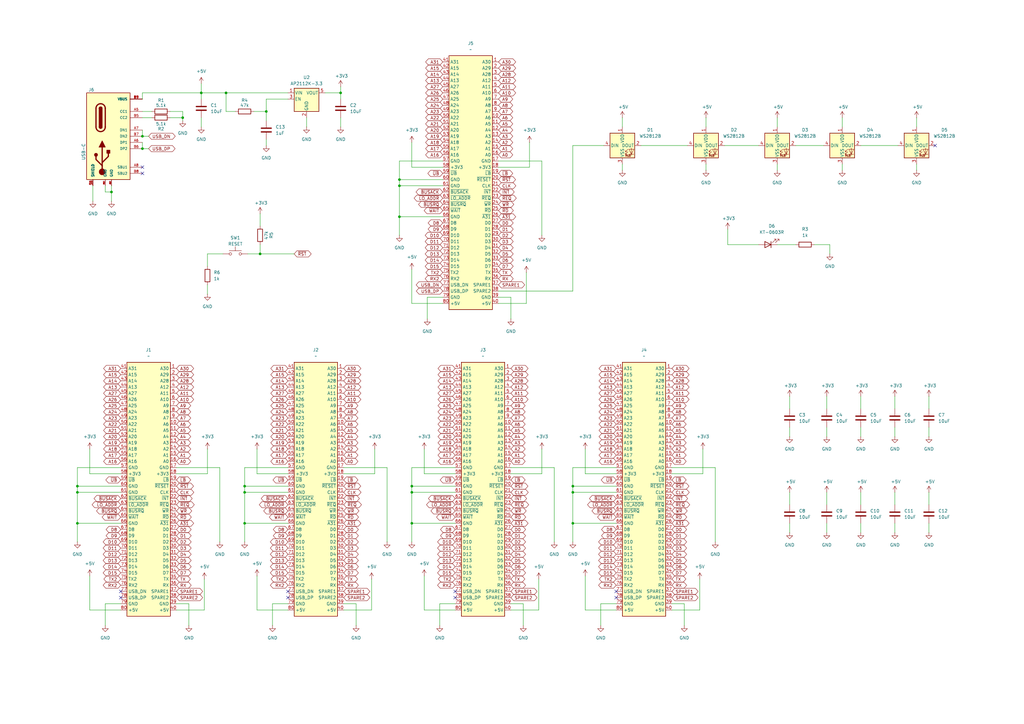
<source format=kicad_sch>
(kicad_sch (version 20250114) (generator "eeschema") (generator_version "9.0")
  (paper "A3")
  (title_block (title "RV4028 Backplane") (date "2026-01-22") (rev "v0.1") (company "Team Rebellion"))
  (junction (at 92.71 38.1))
  (junction (at 45.72 78.74))
  (junction (at 100.33 199.39))
  (junction (at 58.42 55.88))
  (junction (at 106.68 104.14))
  (junction (at 163.83 73.66))
  (junction (at 163.83 76.2))
  (junction (at 168.91 201.93))
  (junction (at 31.75 201.93))
  (junction (at 31.75 214.63))
  (junction (at 168.91 214.63))
  (junction (at 74.93 48.26))
  (junction (at 163.83 88.9))
  (junction (at 234.95 214.63))
  (junction (at 82.55 38.1))
  (junction (at 168.91 199.39))
  (junction (at 139.7 38.1))
  (junction (at 58.42 60.96))
  (junction (at 234.95 199.39))
  (junction (at 100.33 214.63))
  (junction (at 234.95 201.93))
  (junction (at 100.33 201.93))
  (junction (at 109.22 45.72))
  (junction (at 31.75 199.39))
  (no_connect (at 186.69 245.11))
  (no_connect (at 58.42 71.12))
  (no_connect (at 118.11 245.11))
  (no_connect (at 58.42 68.58))
  (no_connect (at 49.53 242.57))
  (no_connect (at 49.53 245.11))
  (no_connect (at 186.69 242.57))
  (no_connect (at 252.73 242.57))
  (no_connect (at 383.54 59.69))
  (no_connect (at 118.11 242.57))
  (no_connect (at 252.73 245.11))
  (wire (pts (xy 353.06 214.63) (xy 353.06 218.44)))
  (wire (pts (xy 31.75 214.63) (xy 31.75 222.25)))
  (wire (pts (xy 43.18 247.65) (xy 43.18 256.54)))
  (wire (pts (xy 339.09 175.26) (xy 339.09 179.07)))
  (wire (pts (xy 43.18 76.2) (xy 43.18 78.74)))
  (wire (pts (xy 72.39 250.19) (xy 83.82 250.19)))
  (wire (pts (xy 163.83 66.04) (xy 163.83 73.66)))
  (wire (pts (xy 181.61 66.04) (xy 163.83 66.04)))
  (wire (pts (xy 58.42 60.96) (xy 60.96 60.96)))
  (wire (pts (xy 168.91 68.58) (xy 168.91 58.42)))
  (wire (pts (xy 255.27 67.31) (xy 255.27 69.85)))
  (wire (pts (xy 381 162.56) (xy 381 167.64)))
  (wire (pts (xy 72.39 247.65) (xy 77.47 247.65)))
  (wire (pts (xy 204.47 124.46) (xy 215.9 124.46)))
  (wire (pts (xy 58.42 55.88) (xy 60.96 55.88)))
  (wire (pts (xy 222.25 66.04) (xy 222.25 96.52)))
  (wire (pts (xy 118.11 214.63) (xy 100.33 214.63)))
  (wire (pts (xy 181.61 76.2) (xy 163.83 76.2)))
  (wire (pts (xy 82.55 38.1) (xy 92.71 38.1)))
  (wire (pts (xy 90.17 191.77) (xy 90.17 222.25)))
  (wire (pts (xy 118.11 40.64) (xy 109.22 40.64)))
  (wire (pts (xy 58.42 53.34) (xy 58.42 55.88)))
  (wire (pts (xy 381 214.63) (xy 381 218.44)))
  (wire (pts (xy 318.77 67.31) (xy 318.77 69.85)))
  (wire (pts (xy 140.97 194.31) (xy 153.67 194.31)))
  (wire (pts (xy 118.11 201.93) (xy 100.33 201.93)))
  (wire (pts (xy 49.53 191.77) (xy 31.75 191.77)))
  (wire (pts (xy 217.17 68.58) (xy 217.17 58.42)))
  (wire (pts (xy 367.03 201.93) (xy 367.03 207.01)))
  (wire (pts (xy 204.47 121.92) (xy 209.55 121.92)))
  (wire (pts (xy 186.69 199.39) (xy 168.91 199.39)))
  (wire (pts (xy 109.22 45.72) (xy 109.22 49.53)))
  (wire (pts (xy 340.36 100.33) (xy 340.36 104.14)))
  (wire (pts (xy 49.53 201.93) (xy 31.75 201.93)))
  (wire (pts (xy 152.4 237.49) (xy 152.4 250.19)))
  (wire (pts (xy 209.55 191.77) (xy 227.33 191.77)))
  (wire (pts (xy 252.73 247.65) (xy 246.38 247.65)))
  (wire (pts (xy 353.06 59.69) (xy 368.3 59.69)))
  (wire (pts (xy 252.73 214.63) (xy 234.95 214.63)))
  (wire (pts (xy 49.53 199.39) (xy 31.75 199.39)))
  (wire (pts (xy 209.55 250.19) (xy 220.98 250.19)))
  (wire (pts (xy 252.73 199.39) (xy 234.95 199.39)))
  (wire (pts (xy 139.7 35.56) (xy 139.7 38.1)))
  (wire (pts (xy 72.39 191.77) (xy 90.17 191.77)))
  (wire (pts (xy 118.11 250.19) (xy 105.41 250.19)))
  (wire (pts (xy 367.03 214.63) (xy 367.03 218.44)))
  (wire (pts (xy 49.53 250.19) (xy 36.83 250.19)))
  (wire (pts (xy 83.82 237.49) (xy 83.82 250.19)))
  (wire (pts (xy 85.09 104.14) (xy 91.44 104.14)))
  (wire (pts (xy 175.26 121.92) (xy 175.26 130.81)))
  (wire (pts (xy 246.38 247.65) (xy 246.38 256.54)))
  (wire (pts (xy 186.69 250.19) (xy 173.99 250.19)))
  (wire (pts (xy 275.59 194.31) (xy 288.29 194.31)))
  (wire (pts (xy 139.7 48.26) (xy 139.7 52.07)))
  (wire (pts (xy 140.97 247.65) (xy 146.05 247.65)))
  (wire (pts (xy 49.53 214.63) (xy 31.75 214.63)))
  (wire (pts (xy 275.59 250.19) (xy 287.02 250.19)))
  (wire (pts (xy 100.33 214.63) (xy 100.33 222.25)))
  (wire (pts (xy 209.55 121.92) (xy 209.55 130.81)))
  (wire (pts (xy 100.33 199.39) (xy 100.33 201.93)))
  (wire (pts (xy 375.92 67.31) (xy 375.92 69.85)))
  (wire (pts (xy 140.97 250.19) (xy 152.4 250.19)))
  (wire (pts (xy 353.06 162.56) (xy 353.06 167.64)))
  (wire (pts (xy 82.55 38.1) (xy 82.55 34.29)))
  (wire (pts (xy 214.63 247.65) (xy 214.63 256.54)))
  (wire (pts (xy 186.69 191.77) (xy 168.91 191.77)))
  (wire (pts (xy 118.11 247.65) (xy 111.76 247.65)))
  (wire (pts (xy 323.85 214.63) (xy 323.85 218.44)))
  (wire (pts (xy 85.09 194.31) (xy 85.09 184.15)))
  (wire (pts (xy 69.85 45.72) (xy 74.93 45.72)))
  (wire (pts (xy 234.95 119.38) (xy 234.95 59.69)))
  (wire (pts (xy 181.61 73.66) (xy 163.83 73.66)))
  (wire (pts (xy 36.83 250.19) (xy 36.83 236.22)))
  (wire (pts (xy 168.91 199.39) (xy 168.91 201.93)))
  (wire (pts (xy 173.99 194.31) (xy 173.99 184.15)))
  (wire (pts (xy 105.41 194.31) (xy 105.41 184.15)))
  (wire (pts (xy 381 201.93) (xy 381 207.01)))
  (wire (pts (xy 209.55 247.65) (xy 214.63 247.65)))
  (wire (pts (xy 31.75 201.93) (xy 31.75 214.63)))
  (wire (pts (xy 289.56 48.26) (xy 289.56 52.07)))
  (wire (pts (xy 204.47 66.04) (xy 222.25 66.04)))
  (wire (pts (xy 100.33 191.77) (xy 100.33 199.39)))
  (wire (pts (xy 222.25 194.31) (xy 222.25 184.15)))
  (wire (pts (xy 240.03 194.31) (xy 240.03 184.15)))
  (wire (pts (xy 173.99 250.19) (xy 173.99 236.22)))
  (wire (pts (xy 323.85 201.93) (xy 323.85 207.01)))
  (wire (pts (xy 252.73 250.19) (xy 240.03 250.19)))
  (wire (pts (xy 43.18 78.74) (xy 45.72 78.74)))
  (wire (pts (xy 215.9 111.76) (xy 215.9 124.46)))
  (wire (pts (xy 111.76 247.65) (xy 111.76 256.54)))
  (wire (pts (xy 234.95 59.69) (xy 247.65 59.69)))
  (wire (pts (xy 100.33 201.93) (xy 100.33 214.63)))
  (wire (pts (xy 345.44 48.26) (xy 345.44 52.07)))
  (wire (pts (xy 85.09 116.84) (xy 85.09 120.65)))
  (wire (pts (xy 77.47 247.65) (xy 77.47 256.54)))
  (wire (pts (xy 353.06 175.26) (xy 353.06 179.07)))
  (wire (pts (xy 49.53 247.65) (xy 43.18 247.65)))
  (wire (pts (xy 318.77 48.26) (xy 318.77 52.07)))
  (wire (pts (xy 181.61 68.58) (xy 168.91 68.58)))
  (wire (pts (xy 85.09 109.22) (xy 85.09 104.14)))
  (wire (pts (xy 105.41 250.19) (xy 105.41 236.22)))
  (wire (pts (xy 58.42 48.26) (xy 62.23 48.26)))
  (wire (pts (xy 186.69 214.63) (xy 168.91 214.63)))
  (wire (pts (xy 168.91 124.46) (xy 168.91 110.49)))
  (wire (pts (xy 31.75 199.39) (xy 31.75 201.93)))
  (wire (pts (xy 180.34 247.65) (xy 180.34 256.54)))
  (wire (pts (xy 45.72 76.2) (xy 45.72 78.74)))
  (wire (pts (xy 74.93 45.72) (xy 74.93 48.26)))
  (wire (pts (xy 58.42 38.1) (xy 58.42 40.64)))
  (wire (pts (xy 275.59 191.77) (xy 293.37 191.77)))
  (wire (pts (xy 74.93 48.26) (xy 74.93 49.53)))
  (wire (pts (xy 227.33 191.77) (xy 227.33 222.25)))
  (wire (pts (xy 220.98 237.49) (xy 220.98 250.19)))
  (wire (pts (xy 252.73 191.77) (xy 234.95 191.77)))
  (wire (pts (xy 293.37 191.77) (xy 293.37 222.25)))
  (wire (pts (xy 234.95 214.63) (xy 234.95 222.25)))
  (wire (pts (xy 140.97 191.77) (xy 158.75 191.77)))
  (wire (pts (xy 367.03 162.56) (xy 367.03 167.64)))
  (wire (pts (xy 345.44 67.31) (xy 345.44 69.85)))
  (wire (pts (xy 234.95 191.77) (xy 234.95 199.39)))
  (wire (pts (xy 240.03 250.19) (xy 240.03 236.22)))
  (wire (pts (xy 323.85 162.56) (xy 323.85 167.64)))
  (wire (pts (xy 133.35 38.1) (xy 139.7 38.1)))
  (wire (pts (xy 118.11 191.77) (xy 100.33 191.77)))
  (wire (pts (xy 69.85 48.26) (xy 74.93 48.26)))
  (wire (pts (xy 92.71 38.1) (xy 92.71 45.72)))
  (wire (pts (xy 204.47 68.58) (xy 217.17 68.58)))
  (wire (pts (xy 334.01 100.33) (xy 340.36 100.33)))
  (wire (pts (xy 106.68 87.63) (xy 106.68 92.71)))
  (wire (pts (xy 96.52 45.72) (xy 92.71 45.72)))
  (wire (pts (xy 288.29 194.31) (xy 288.29 184.15)))
  (wire (pts (xy 204.47 119.38) (xy 234.95 119.38)))
  (wire (pts (xy 163.83 88.9) (xy 163.83 96.52)))
  (wire (pts (xy 49.53 194.31) (xy 36.83 194.31)))
  (wire (pts (xy 375.92 48.26) (xy 375.92 52.07)))
  (wire (pts (xy 297.18 59.69) (xy 311.15 59.69)))
  (wire (pts (xy 181.61 124.46) (xy 168.91 124.46)))
  (wire (pts (xy 252.73 201.93) (xy 234.95 201.93)))
  (wire (pts (xy 381 175.26) (xy 381 179.07)))
  (wire (pts (xy 106.68 100.33) (xy 106.68 104.14)))
  (wire (pts (xy 31.75 191.77) (xy 31.75 199.39)))
  (wire (pts (xy 101.6 104.14) (xy 106.68 104.14)))
  (wire (pts (xy 353.06 201.93) (xy 353.06 207.01)))
  (wire (pts (xy 275.59 247.65) (xy 280.67 247.65)))
  (wire (pts (xy 234.95 199.39) (xy 234.95 201.93)))
  (wire (pts (xy 298.45 100.33) (xy 311.15 100.33)))
  (wire (pts (xy 181.61 121.92) (xy 175.26 121.92)))
  (wire (pts (xy 168.91 201.93) (xy 168.91 214.63)))
  (wire (pts (xy 163.83 73.66) (xy 163.83 76.2)))
  (wire (pts (xy 163.83 76.2) (xy 163.83 88.9)))
  (wire (pts (xy 339.09 201.93) (xy 339.09 207.01)))
  (wire (pts (xy 58.42 58.42) (xy 58.42 60.96)))
  (wire (pts (xy 186.69 194.31) (xy 173.99 194.31)))
  (wire (pts (xy 58.42 45.72) (xy 62.23 45.72)))
  (wire (pts (xy 252.73 194.31) (xy 240.03 194.31)))
  (wire (pts (xy 255.27 48.26) (xy 255.27 52.07)))
  (wire (pts (xy 168.91 191.77) (xy 168.91 199.39)))
  (wire (pts (xy 209.55 194.31) (xy 222.25 194.31)))
  (wire (pts (xy 234.95 201.93) (xy 234.95 214.63)))
  (wire (pts (xy 104.14 45.72) (xy 109.22 45.72)))
  (wire (pts (xy 158.75 191.77) (xy 158.75 222.25)))
  (wire (pts (xy 318.77 100.33) (xy 326.39 100.33)))
  (wire (pts (xy 186.69 201.93) (xy 168.91 201.93)))
  (wire (pts (xy 72.39 194.31) (xy 85.09 194.31)))
  (wire (pts (xy 38.1 76.2) (xy 38.1 82.55)))
  (wire (pts (xy 339.09 162.56) (xy 339.09 167.64)))
  (wire (pts (xy 298.45 93.98) (xy 298.45 100.33)))
  (wire (pts (xy 106.68 104.14) (xy 120.65 104.14)))
  (wire (pts (xy 168.91 214.63) (xy 168.91 222.25)))
  (wire (pts (xy 339.09 214.63) (xy 339.09 218.44)))
  (wire (pts (xy 118.11 199.39) (xy 100.33 199.39)))
  (wire (pts (xy 289.56 67.31) (xy 289.56 69.85)))
  (wire (pts (xy 109.22 40.64) (xy 109.22 45.72)))
  (wire (pts (xy 58.42 38.1) (xy 82.55 38.1)))
  (wire (pts (xy 92.71 38.1) (xy 118.11 38.1)))
  (wire (pts (xy 181.61 88.9) (xy 163.83 88.9)))
  (wire (pts (xy 326.39 59.69) (xy 337.82 59.69)))
  (wire (pts (xy 109.22 57.15) (xy 109.22 59.69)))
  (wire (pts (xy 186.69 247.65) (xy 180.34 247.65)))
  (wire (pts (xy 45.72 78.74) (xy 45.72 82.55)))
  (wire (pts (xy 146.05 247.65) (xy 146.05 256.54)))
  (wire (pts (xy 262.89 59.69) (xy 281.94 59.69)))
  (wire (pts (xy 125.73 48.26) (xy 125.73 52.07)))
  (wire (pts (xy 82.55 38.1) (xy 82.55 40.64)))
  (wire (pts (xy 287.02 237.49) (xy 287.02 250.19)))
  (wire (pts (xy 36.83 194.31) (xy 36.83 184.15)))
  (wire (pts (xy 367.03 175.26) (xy 367.03 179.07)))
  (wire (pts (xy 323.85 175.26) (xy 323.85 179.07)))
  (wire (pts (xy 139.7 38.1) (xy 139.7 40.64)))
  (wire (pts (xy 118.11 194.31) (xy 105.41 194.31)))
  (wire (pts (xy 82.55 48.26) (xy 82.55 52.07)))
  (wire (pts (xy 280.67 247.65) (xy 280.67 256.54)))
  (wire (pts (xy 153.67 194.31) (xy 153.67 184.15)))
  (global_label "~{WR}" (shape bidirectional) (at 140.97 209.55 0) (property "Intersheetrefs" "${INTERSHEET_REFS}" (effects (hide yes))))
  (global_label "A15" (shape bidirectional) (at 186.69 153.67 180) (property "Intersheetrefs" "${INTERSHEET_REFS}" (effects (hide yes))))
  (global_label "A21" (shape bidirectional) (at 118.11 176.53 180) (property "Intersheetrefs" "${INTERSHEET_REFS}" (effects (hide yes))))
  (global_label "A23" (shape bidirectional) (at 252.73 171.45 180) (property "Intersheetrefs" "${INTERSHEET_REFS}" (effects (hide yes))))
  (global_label "D14" (shape bidirectional) (at 186.69 232.41 180) (property "Intersheetrefs" "${INTERSHEET_REFS}" (effects (hide yes))))
  (global_label "D12" (shape bidirectional) (at 181.61 101.6 180) (property "Intersheetrefs" "${INTERSHEET_REFS}" (effects (hide yes))))
  (global_label "A12" (shape bidirectional) (at 275.59 158.75 0) (property "Intersheetrefs" "${INTERSHEET_REFS}" (effects (hide yes))))
  (global_label "~{BUSRQ}" (shape bidirectional) (at 118.11 209.55 180) (property "Intersheetrefs" "${INTERSHEET_REFS}" (effects (hide yes))))
  (global_label "SPARE1" (shape bidirectional) (at 140.97 242.57 0) (property "Intersheetrefs" "${INTERSHEET_REFS}" (effects (hide yes))))
  (global_label "D6" (shape bidirectional) (at 204.47 106.68 0) (property "Intersheetrefs" "${INTERSHEET_REFS}" (effects (hide yes))))
  (global_label "~{WR}" (shape bidirectional) (at 275.59 209.55 0) (property "Intersheetrefs" "${INTERSHEET_REFS}" (effects (hide yes))))
  (global_label "A21" (shape bidirectional) (at 252.73 176.53 180) (property "Intersheetrefs" "${INTERSHEET_REFS}" (effects (hide yes))))
  (global_label "TX" (shape bidirectional) (at 275.59 237.49 0) (property "Intersheetrefs" "${INTERSHEET_REFS}" (effects (hide yes))))
  (global_label "~{RD}" (shape bidirectional) (at 72.39 212.09 0) (property "Intersheetrefs" "${INTERSHEET_REFS}" (effects (hide yes))))
  (global_label "A6" (shape bidirectional) (at 140.97 173.99 0) (property "Intersheetrefs" "${INTERSHEET_REFS}" (effects (hide yes))))
  (global_label "D2" (shape bidirectional) (at 72.39 222.25 0) (property "Intersheetrefs" "${INTERSHEET_REFS}" (effects (hide yes))))
  (global_label "A1" (shape bidirectional) (at 204.47 60.96 0) (property "Intersheetrefs" "${INTERSHEET_REFS}" (effects (hide yes))))
  (global_label "~{RD}" (shape bidirectional) (at 275.59 212.09 0) (property "Intersheetrefs" "${INTERSHEET_REFS}" (effects (hide yes))))
  (global_label "A5" (shape bidirectional) (at 204.47 50.8 0) (property "Intersheetrefs" "${INTERSHEET_REFS}" (effects (hide yes))))
  (global_label "A31" (shape bidirectional) (at 181.61 25.4 180) (property "Intersheetrefs" "${INTERSHEET_REFS}" (effects (hide yes))))
  (global_label "D3" (shape bidirectional) (at 209.55 224.79 0) (property "Intersheetrefs" "${INTERSHEET_REFS}" (effects (hide yes))))
  (global_label "A2" (shape bidirectional) (at 204.47 58.42 0) (property "Intersheetrefs" "${INTERSHEET_REFS}" (effects (hide yes))))
  (global_label "TX" (shape bidirectional) (at 140.97 237.49 0) (property "Intersheetrefs" "${INTERSHEET_REFS}" (effects (hide yes))))
  (global_label "D3" (shape bidirectional) (at 204.47 99.06 0) (property "Intersheetrefs" "${INTERSHEET_REFS}" (effects (hide yes))))
  (global_label "D13" (shape bidirectional) (at 186.69 229.87 180) (property "Intersheetrefs" "${INTERSHEET_REFS}" (effects (hide yes))))
  (global_label "TX2" (shape bidirectional) (at 118.11 237.49 180) (property "Intersheetrefs" "${INTERSHEET_REFS}" (effects (hide yes))))
  (global_label "A3" (shape bidirectional) (at 275.59 181.61 0) (property "Intersheetrefs" "${INTERSHEET_REFS}" (effects (hide yes))))
  (global_label "D6" (shape bidirectional) (at 209.55 232.41 0) (property "Intersheetrefs" "${INTERSHEET_REFS}" (effects (hide yes))))
  (global_label "TX" (shape bidirectional) (at 72.39 237.49 0) (property "Intersheetrefs" "${INTERSHEET_REFS}" (effects (hide yes))))
  (global_label "A16" (shape bidirectional) (at 186.69 189.23 180) (property "Intersheetrefs" "${INTERSHEET_REFS}" (effects (hide yes))))
  (global_label "A6" (shape bidirectional) (at 275.59 173.99 0) (property "Intersheetrefs" "${INTERSHEET_REFS}" (effects (hide yes))))
  (global_label "~{LO_ADDR}" (shape bidirectional) (at 181.61 81.28 180) (property "Intersheetrefs" "${INTERSHEET_REFS}" (effects (hide yes))))
  (global_label "A23" (shape bidirectional) (at 181.61 45.72 180) (property "Intersheetrefs" "${INTERSHEET_REFS}" (effects (hide yes))))
  (global_label "~{WAIT}" (shape bidirectional) (at 252.73 212.09 180) (property "Intersheetrefs" "${INTERSHEET_REFS}" (effects (hide yes))))
  (global_label "A15" (shape bidirectional) (at 118.11 153.67 180) (property "Intersheetrefs" "${INTERSHEET_REFS}" (effects (hide yes))))
  (global_label "CLK" (shape bidirectional) (at 140.97 201.93 0) (property "Intersheetrefs" "${INTERSHEET_REFS}" (effects (hide yes))))
  (global_label "A4" (shape bidirectional) (at 204.47 53.34 0) (property "Intersheetrefs" "${INTERSHEET_REFS}" (effects (hide yes))))
  (global_label "A28" (shape bidirectional) (at 72.39 156.21 0) (property "Intersheetrefs" "${INTERSHEET_REFS}" (effects (hide yes))))
  (global_label "D3" (shape bidirectional) (at 140.97 224.79 0) (property "Intersheetrefs" "${INTERSHEET_REFS}" (effects (hide yes))))
  (global_label "A3" (shape bidirectional) (at 140.97 181.61 0) (property "Intersheetrefs" "${INTERSHEET_REFS}" (effects (hide yes))))
  (global_label "D6" (shape bidirectional) (at 140.97 232.41 0) (property "Intersheetrefs" "${INTERSHEET_REFS}" (effects (hide yes))))
  (global_label "~{RST}" (shape bidirectional) (at 209.55 199.39 0) (property "Intersheetrefs" "${INTERSHEET_REFS}" (effects (hide yes))))
  (global_label "A7" (shape bidirectional) (at 140.97 171.45 0) (property "Intersheetrefs" "${INTERSHEET_REFS}" (effects (hide yes))))
  (global_label "A3" (shape bidirectional) (at 72.39 181.61 0) (property "Intersheetrefs" "${INTERSHEET_REFS}" (effects (hide yes))))
  (global_label "D10" (shape bidirectional) (at 181.61 96.52 180) (property "Intersheetrefs" "${INTERSHEET_REFS}" (effects (hide yes))))
  (global_label "D14" (shape bidirectional) (at 118.11 232.41 180) (property "Intersheetrefs" "${INTERSHEET_REFS}" (effects (hide yes))))
  (global_label "~{RST}" (shape bidirectional) (at 140.97 199.39 0) (property "Intersheetrefs" "${INTERSHEET_REFS}" (effects (hide yes))))
  (global_label "~{LB}" (shape bidirectional) (at 204.47 71.12 0) (property "Intersheetrefs" "${INTERSHEET_REFS}" (effects (hide yes))))
  (global_label "A22" (shape bidirectional) (at 186.69 173.99 180) (property "Intersheetrefs" "${INTERSHEET_REFS}" (effects (hide yes))))
  (global_label "TX" (shape bidirectional) (at 204.47 111.76 0) (property "Intersheetrefs" "${INTERSHEET_REFS}" (effects (hide yes))))
  (global_label "A12" (shape bidirectional) (at 204.47 33.02 0) (property "Intersheetrefs" "${INTERSHEET_REFS}" (effects (hide yes))))
  (global_label "D4" (shape bidirectional) (at 275.59 227.33 0) (property "Intersheetrefs" "${INTERSHEET_REFS}" (effects (hide yes))))
  (global_label "RX" (shape bidirectional) (at 140.97 240.03 0) (property "Intersheetrefs" "${INTERSHEET_REFS}" (effects (hide yes))))
  (global_label "D10" (shape bidirectional) (at 49.53 222.25 180) (property "Intersheetrefs" "${INTERSHEET_REFS}" (effects (hide yes))))
  (global_label "D13" (shape bidirectional) (at 49.53 229.87 180) (property "Intersheetrefs" "${INTERSHEET_REFS}" (effects (hide yes))))
  (global_label "SPARE1" (shape bidirectional) (at 275.59 242.57 0) (property "Intersheetrefs" "${INTERSHEET_REFS}" (effects (hide yes))))
  (global_label "A29" (shape bidirectional) (at 140.97 153.67 0) (property "Intersheetrefs" "${INTERSHEET_REFS}" (effects (hide yes))))
  (global_label "A14" (shape bidirectional) (at 252.73 156.21 180) (property "Intersheetrefs" "${INTERSHEET_REFS}" (effects (hide yes))))
  (global_label "~{UB}" (shape bidirectional) (at 118.11 196.85 180) (property "Intersheetrefs" "${INTERSHEET_REFS}" (effects (hide yes))))
  (global_label "USB_DN" (shape bidirectional) (at 181.61 116.84 180) (property "Intersheetrefs" "${INTERSHEET_REFS}" (effects (hide yes))))
  (global_label "A5" (shape bidirectional) (at 275.59 176.53 0) (property "Intersheetrefs" "${INTERSHEET_REFS}" (effects (hide yes))))
  (global_label "A9" (shape bidirectional) (at 204.47 40.64 0) (property "Intersheetrefs" "${INTERSHEET_REFS}" (effects (hide yes))))
  (global_label "A26" (shape bidirectional) (at 186.69 163.83 180) (property "Intersheetrefs" "${INTERSHEET_REFS}" (effects (hide yes))))
  (global_label "~{REQ}" (shape bidirectional) (at 204.47 81.28 0) (property "Intersheetrefs" "${INTERSHEET_REFS}" (effects (hide yes))))
  (global_label "A4" (shape bidirectional) (at 140.97 179.07 0) (property "Intersheetrefs" "${INTERSHEET_REFS}" (effects (hide yes))))
  (global_label "A1" (shape bidirectional) (at 209.55 186.69 0) (property "Intersheetrefs" "${INTERSHEET_REFS}" (effects (hide yes))))
  (global_label "D1" (shape bidirectional) (at 275.59 219.71 0) (property "Intersheetrefs" "${INTERSHEET_REFS}" (effects (hide yes))))
  (global_label "A20" (shape bidirectional) (at 49.53 179.07 180) (property "Intersheetrefs" "${INTERSHEET_REFS}" (effects (hide yes))))
  (global_label "D14" (shape bidirectional) (at 49.53 232.41 180) (property "Intersheetrefs" "${INTERSHEET_REFS}" (effects (hide yes))))
  (global_label "D7" (shape bidirectional) (at 204.47 109.22 0) (property "Intersheetrefs" "${INTERSHEET_REFS}" (effects (hide yes))))
  (global_label "D7" (shape bidirectional) (at 72.39 234.95 0) (property "Intersheetrefs" "${INTERSHEET_REFS}" (effects (hide yes))))
  (global_label "D11" (shape bidirectional) (at 118.11 224.79 180) (property "Intersheetrefs" "${INTERSHEET_REFS}" (effects (hide yes))))
  (global_label "A13" (shape bidirectional) (at 186.69 158.75 180) (property "Intersheetrefs" "${INTERSHEET_REFS}" (effects (hide yes))))
  (global_label "D7" (shape bidirectional) (at 275.59 234.95 0) (property "Intersheetrefs" "${INTERSHEET_REFS}" (effects (hide yes))))
  (global_label "SPARE2" (shape bidirectional) (at 209.55 245.11 0) (property "Intersheetrefs" "${INTERSHEET_REFS}" (effects (hide yes))))
  (global_label "SPARE1" (shape bidirectional) (at 72.39 242.57 0) (property "Intersheetrefs" "${INTERSHEET_REFS}" (effects (hide yes))))
  (global_label "D5" (shape bidirectional) (at 72.39 229.87 0) (property "Intersheetrefs" "${INTERSHEET_REFS}" (effects (hide yes))))
  (global_label "A7" (shape bidirectional) (at 72.39 171.45 0) (property "Intersheetrefs" "${INTERSHEET_REFS}" (effects (hide yes))))
  (global_label "A24" (shape bidirectional) (at 252.73 168.91 180) (property "Intersheetrefs" "${INTERSHEET_REFS}" (effects (hide yes))))
  (global_label "D10" (shape bidirectional) (at 186.69 222.25 180) (property "Intersheetrefs" "${INTERSHEET_REFS}" (effects (hide yes))))
  (global_label "RX2" (shape bidirectional) (at 186.69 240.03 180) (property "Intersheetrefs" "${INTERSHEET_REFS}" (effects (hide yes))))
  (global_label "A17" (shape bidirectional) (at 186.69 186.69 180) (property "Intersheetrefs" "${INTERSHEET_REFS}" (effects (hide yes))))
  (global_label "~{LO_ADDR}" (shape bidirectional) (at 252.73 207.01 180) (property "Intersheetrefs" "${INTERSHEET_REFS}" (effects (hide yes))))
  (global_label "~{A31}" (shape bidirectional) (at 204.47 88.9 0) (property "Intersheetrefs" "${INTERSHEET_REFS}" (effects (hide yes))))
  (global_label "~{UB}" (shape bidirectional) (at 49.53 196.85 180) (property "Intersheetrefs" "${INTERSHEET_REFS}" (effects (hide yes))))
  (global_label "A19" (shape bidirectional) (at 118.11 181.61 180) (property "Intersheetrefs" "${INTERSHEET_REFS}" (effects (hide yes))))
  (global_label "A14" (shape bidirectional) (at 118.11 156.21 180) (property "Intersheetrefs" "${INTERSHEET_REFS}" (effects (hide yes))))
  (global_label "~{LB}" (shape bidirectional) (at 209.55 196.85 0) (property "Intersheetrefs" "${INTERSHEET_REFS}" (effects (hide yes))))
  (global_label "A25" (shape bidirectional) (at 186.69 166.37 180) (property "Intersheetrefs" "${INTERSHEET_REFS}" (effects (hide yes))))
  (global_label "D12" (shape bidirectional) (at 49.53 227.33 180) (property "Intersheetrefs" "${INTERSHEET_REFS}" (effects (hide yes))))
  (global_label "RX" (shape bidirectional) (at 275.59 240.03 0) (property "Intersheetrefs" "${INTERSHEET_REFS}" (effects (hide yes))))
  (global_label "A21" (shape bidirectional) (at 186.69 176.53 180) (property "Intersheetrefs" "${INTERSHEET_REFS}" (effects (hide yes))))
  (global_label "D6" (shape bidirectional) (at 72.39 232.41 0) (property "Intersheetrefs" "${INTERSHEET_REFS}" (effects (hide yes))))
  (global_label "A18" (shape bidirectional) (at 186.69 184.15 180) (property "Intersheetrefs" "${INTERSHEET_REFS}" (effects (hide yes))))
  (global_label "RX2" (shape bidirectional) (at 252.73 240.03 180) (property "Intersheetrefs" "${INTERSHEET_REFS}" (effects (hide yes))))
  (global_label "D9" (shape bidirectional) (at 118.11 219.71 180) (property "Intersheetrefs" "${INTERSHEET_REFS}" (effects (hide yes))))
  (global_label "D8" (shape bidirectional) (at 186.69 217.17 180) (property "Intersheetrefs" "${INTERSHEET_REFS}" (effects (hide yes))))
  (global_label "A19" (shape bidirectional) (at 186.69 181.61 180) (property "Intersheetrefs" "${INTERSHEET_REFS}" (effects (hide yes))))
  (global_label "~{WAIT}" (shape bidirectional) (at 181.61 86.36 180) (property "Intersheetrefs" "${INTERSHEET_REFS}" (effects (hide yes))))
  (global_label "A22" (shape bidirectional) (at 49.53 173.99 180) (property "Intersheetrefs" "${INTERSHEET_REFS}" (effects (hide yes))))
  (global_label "D2" (shape bidirectional) (at 209.55 222.25 0) (property "Intersheetrefs" "${INTERSHEET_REFS}" (effects (hide yes))))
  (global_label "D13" (shape bidirectional) (at 118.11 229.87 180) (property "Intersheetrefs" "${INTERSHEET_REFS}" (effects (hide yes))))
  (global_label "D1" (shape bidirectional) (at 72.39 219.71 0) (property "Intersheetrefs" "${INTERSHEET_REFS}" (effects (hide yes))))
  (global_label "D3" (shape bidirectional) (at 72.39 224.79 0) (property "Intersheetrefs" "${INTERSHEET_REFS}" (effects (hide yes))))
  (global_label "~{RD}" (shape bidirectional) (at 209.55 212.09 0) (property "Intersheetrefs" "${INTERSHEET_REFS}" (effects (hide yes))))
  (global_label "A17" (shape bidirectional) (at 49.53 186.69 180) (property "Intersheetrefs" "${INTERSHEET_REFS}" (effects (hide yes))))
  (global_label "A4" (shape bidirectional) (at 209.55 179.07 0) (property "Intersheetrefs" "${INTERSHEET_REFS}" (effects (hide yes))))
  (global_label "D10" (shape bidirectional) (at 252.73 222.25 180) (property "Intersheetrefs" "${INTERSHEET_REFS}" (effects (hide yes))))
  (global_label "D0" (shape bidirectional) (at 140.97 217.17 0) (property "Intersheetrefs" "${INTERSHEET_REFS}" (effects (hide yes))))
  (global_label "A15" (shape bidirectional) (at 181.61 27.94 180) (property "Intersheetrefs" "${INTERSHEET_REFS}" (effects (hide yes))))
  (global_label "A0" (shape bidirectional) (at 209.55 189.23 0) (property "Intersheetrefs" "${INTERSHEET_REFS}" (effects (hide yes))))
  (global_label "~{WAIT}" (shape bidirectional) (at 49.53 212.09 180) (property "Intersheetrefs" "${INTERSHEET_REFS}" (effects (hide yes))))
  (global_label "A19" (shape bidirectional) (at 181.61 55.88 180) (property "Intersheetrefs" "${INTERSHEET_REFS}" (effects (hide yes))))
  (global_label "A11" (shape bidirectional) (at 275.59 161.29 0) (property "Intersheetrefs" "${INTERSHEET_REFS}" (effects (hide yes))))
  (global_label "A24" (shape bidirectional) (at 49.53 168.91 180) (property "Intersheetrefs" "${INTERSHEET_REFS}" (effects (hide yes))))
  (global_label "D1" (shape bidirectional) (at 140.97 219.71 0) (property "Intersheetrefs" "${INTERSHEET_REFS}" (effects (hide yes))))
  (global_label "A16" (shape bidirectional) (at 252.73 189.23 180) (property "Intersheetrefs" "${INTERSHEET_REFS}" (effects (hide yes))))
  (global_label "A30" (shape bidirectional) (at 72.39 151.13 0) (property "Intersheetrefs" "${INTERSHEET_REFS}" (effects (hide yes))))
  (global_label "SPARE2" (shape bidirectional) (at 275.59 245.11 0) (property "Intersheetrefs" "${INTERSHEET_REFS}" (effects (hide yes))))
  (global_label "A30" (shape bidirectional) (at 209.55 151.13 0) (property "Intersheetrefs" "${INTERSHEET_REFS}" (effects (hide yes))))
  (global_label "A9" (shape bidirectional) (at 140.97 166.37 0) (property "Intersheetrefs" "${INTERSHEET_REFS}" (effects (hide yes))))
  (global_label "CLK" (shape bidirectional) (at 72.39 201.93 0) (property "Intersheetrefs" "${INTERSHEET_REFS}" (effects (hide yes))))
  (global_label "A28" (shape bidirectional) (at 140.97 156.21 0) (property "Intersheetrefs" "${INTERSHEET_REFS}" (effects (hide yes))))
  (global_label "A27" (shape bidirectional) (at 181.61 35.56 180) (property "Intersheetrefs" "${INTERSHEET_REFS}" (effects (hide yes))))
  (global_label "A14" (shape bidirectional) (at 181.61 30.48 180) (property "Intersheetrefs" "${INTERSHEET_REFS}" (effects (hide yes))))
  (global_label "D12" (shape bidirectional) (at 186.69 227.33 180) (property "Intersheetrefs" "${INTERSHEET_REFS}" (effects (hide yes))))
  (global_label "A17" (shape bidirectional) (at 252.73 186.69 180) (property "Intersheetrefs" "${INTERSHEET_REFS}" (effects (hide yes))))
  (global_label "D11" (shape bidirectional) (at 49.53 224.79 180) (property "Intersheetrefs" "${INTERSHEET_REFS}" (effects (hide yes))))
  (global_label "USB_DP" (shape bidirectional) (at 60.96 60.96 0) (property "Intersheetrefs" "${INTERSHEET_REFS}" (effects (hide yes))))
  (global_label "D15" (shape bidirectional) (at 49.53 234.95 180) (property "Intersheetrefs" "${INTERSHEET_REFS}" (effects (hide yes))))
  (global_label "A25" (shape bidirectional) (at 252.73 166.37 180) (property "Intersheetrefs" "${INTERSHEET_REFS}" (effects (hide yes))))
  (global_label "A17" (shape bidirectional) (at 118.11 186.69 180) (property "Intersheetrefs" "${INTERSHEET_REFS}" (effects (hide yes))))
  (global_label "A15" (shape bidirectional) (at 252.73 153.67 180) (property "Intersheetrefs" "${INTERSHEET_REFS}" (effects (hide yes))))
  (global_label "D12" (shape bidirectional) (at 252.73 227.33 180) (property "Intersheetrefs" "${INTERSHEET_REFS}" (effects (hide yes))))
  (global_label "A24" (shape bidirectional) (at 181.61 43.18 180) (property "Intersheetrefs" "${INTERSHEET_REFS}" (effects (hide yes))))
  (global_label "D5" (shape bidirectional) (at 140.97 229.87 0) (property "Intersheetrefs" "${INTERSHEET_REFS}" (effects (hide yes))))
  (global_label "~{A31}" (shape bidirectional) (at 209.55 214.63 0) (property "Intersheetrefs" "${INTERSHEET_REFS}" (effects (hide yes))))
  (global_label "D9" (shape bidirectional) (at 49.53 219.71 180) (property "Intersheetrefs" "${INTERSHEET_REFS}" (effects (hide yes))))
  (global_label "A30" (shape bidirectional) (at 204.47 25.4 0) (property "Intersheetrefs" "${INTERSHEET_REFS}" (effects (hide yes))))
  (global_label "A19" (shape bidirectional) (at 252.73 181.61 180) (property "Intersheetrefs" "${INTERSHEET_REFS}" (effects (hide yes))))
  (global_label "RX" (shape bidirectional) (at 204.47 114.3 0) (property "Intersheetrefs" "${INTERSHEET_REFS}" (effects (hide yes))))
  (global_label "~{BUSRQ}" (shape bidirectional) (at 181.61 83.82 180) (property "Intersheetrefs" "${INTERSHEET_REFS}" (effects (hide yes))))
  (global_label "~{BUSRQ}" (shape bidirectional) (at 252.73 209.55 180) (property "Intersheetrefs" "${INTERSHEET_REFS}" (effects (hide yes))))
  (global_label "~{BUSACK}" (shape bidirectional) (at 118.11 204.47 180) (property "Intersheetrefs" "${INTERSHEET_REFS}" (effects (hide yes))))
  (global_label "A27" (shape bidirectional) (at 49.53 161.29 180) (property "Intersheetrefs" "${INTERSHEET_REFS}" (effects (hide yes))))
  (global_label "~{REQ}" (shape bidirectional) (at 275.59 207.01 0) (property "Intersheetrefs" "${INTERSHEET_REFS}" (effects (hide yes))))
  (global_label "TX" (shape bidirectional) (at 209.55 237.49 0) (property "Intersheetrefs" "${INTERSHEET_REFS}" (effects (hide yes))))
  (global_label "~{BUSACK}" (shape bidirectional) (at 186.69 204.47 180) (property "Intersheetrefs" "${INTERSHEET_REFS}" (effects (hide yes))))
  (global_label "A4" (shape bidirectional) (at 72.39 179.07 0) (property "Intersheetrefs" "${INTERSHEET_REFS}" (effects (hide yes))))
  (global_label "A31" (shape bidirectional) (at 118.11 151.13 180) (property "Intersheetrefs" "${INTERSHEET_REFS}" (effects (hide yes))))
  (global_label "A5" (shape bidirectional) (at 140.97 176.53 0) (property "Intersheetrefs" "${INTERSHEET_REFS}" (effects (hide yes))))
  (global_label "D14" (shape bidirectional) (at 181.61 106.68 180) (property "Intersheetrefs" "${INTERSHEET_REFS}" (effects (hide yes))))
  (global_label "A29" (shape bidirectional) (at 275.59 153.67 0) (property "Intersheetrefs" "${INTERSHEET_REFS}" (effects (hide yes))))
  (global_label "~{REQ}" (shape bidirectional) (at 140.97 207.01 0) (property "Intersheetrefs" "${INTERSHEET_REFS}" (effects (hide yes))))
  (global_label "A22" (shape bidirectional) (at 118.11 173.99 180) (property "Intersheetrefs" "${INTERSHEET_REFS}" (effects (hide yes))))
  (global_label "RX2" (shape bidirectional) (at 181.61 114.3 180) (property "Intersheetrefs" "${INTERSHEET_REFS}" (effects (hide yes))))
  (global_label "~{BUSRQ}" (shape bidirectional) (at 186.69 209.55 180) (property "Intersheetrefs" "${INTERSHEET_REFS}" (effects (hide yes))))
  (global_label "D5" (shape bidirectional) (at 209.55 229.87 0) (property "Intersheetrefs" "${INTERSHEET_REFS}" (effects (hide yes))))
  (global_label "D8" (shape bidirectional) (at 49.53 217.17 180) (property "Intersheetrefs" "${INTERSHEET_REFS}" (effects (hide yes))))
  (global_label "~{WR}" (shape bidirectional) (at 204.47 83.82 0) (property "Intersheetrefs" "${INTERSHEET_REFS}" (effects (hide yes))))
  (global_label "A20" (shape bidirectional) (at 252.73 179.07 180) (property "Intersheetrefs" "${INTERSHEET_REFS}" (effects (hide yes))))
  (global_label "A0" (shape bidirectional) (at 72.39 189.23 0) (property "Intersheetrefs" "${INTERSHEET_REFS}" (effects (hide yes))))
  (global_label "CLK" (shape bidirectional) (at 275.59 201.93 0) (property "Intersheetrefs" "${INTERSHEET_REFS}" (effects (hide yes))))
  (global_label "A29" (shape bidirectional) (at 204.47 27.94 0) (property "Intersheetrefs" "${INTERSHEET_REFS}" (effects (hide yes))))
  (global_label "A8" (shape bidirectional) (at 140.97 168.91 0) (property "Intersheetrefs" "${INTERSHEET_REFS}" (effects (hide yes))))
  (global_label "~{RST}" (shape bidirectional) (at 120.65 104.14 0) (property "Intersheetrefs" "${INTERSHEET_REFS}" (effects (hide yes))))
  (global_label "A6" (shape bidirectional) (at 72.39 173.99 0) (property "Intersheetrefs" "${INTERSHEET_REFS}" (effects (hide yes))))
  (global_label "RX" (shape bidirectional) (at 72.39 240.03 0) (property "Intersheetrefs" "${INTERSHEET_REFS}" (effects (hide yes))))
  (global_label "D15" (shape bidirectional) (at 186.69 234.95 180) (property "Intersheetrefs" "${INTERSHEET_REFS}" (effects (hide yes))))
  (global_label "D0" (shape bidirectional) (at 72.39 217.17 0) (property "Intersheetrefs" "${INTERSHEET_REFS}" (effects (hide yes))))
  (global_label "TX2" (shape bidirectional) (at 49.53 237.49 180) (property "Intersheetrefs" "${INTERSHEET_REFS}" (effects (hide yes))))
  (global_label "A24" (shape bidirectional) (at 118.11 168.91 180) (property "Intersheetrefs" "${INTERSHEET_REFS}" (effects (hide yes))))
  (global_label "A13" (shape bidirectional) (at 252.73 158.75 180) (property "Intersheetrefs" "${INTERSHEET_REFS}" (effects (hide yes))))
  (global_label "~{WAIT}" (shape bidirectional) (at 118.11 212.09 180) (property "Intersheetrefs" "${INTERSHEET_REFS}" (effects (hide yes))))
  (global_label "D5" (shape bidirectional) (at 204.47 104.14 0) (property "Intersheetrefs" "${INTERSHEET_REFS}" (effects (hide yes))))
  (global_label "~{RST}" (shape bidirectional) (at 72.39 199.39 0) (property "Intersheetrefs" "${INTERSHEET_REFS}" (effects (hide yes))))
  (global_label "D15" (shape bidirectional) (at 181.61 109.22 180) (property "Intersheetrefs" "${INTERSHEET_REFS}" (effects (hide yes))))
  (global_label "D3" (shape bidirectional) (at 275.59 224.79 0) (property "Intersheetrefs" "${INTERSHEET_REFS}" (effects (hide yes))))
  (global_label "A28" (shape bidirectional) (at 275.59 156.21 0) (property "Intersheetrefs" "${INTERSHEET_REFS}" (effects (hide yes))))
  (global_label "D0" (shape bidirectional) (at 209.55 217.17 0) (property "Intersheetrefs" "${INTERSHEET_REFS}" (effects (hide yes))))
  (global_label "A28" (shape bidirectional) (at 204.47 30.48 0) (property "Intersheetrefs" "${INTERSHEET_REFS}" (effects (hide yes))))
  (global_label "CLK" (shape bidirectional) (at 204.47 76.2 0) (property "Intersheetrefs" "${INTERSHEET_REFS}" (effects (hide yes))))
  (global_label "TX2" (shape bidirectional) (at 181.61 111.76 180) (property "Intersheetrefs" "${INTERSHEET_REFS}" (effects (hide yes))))
  (global_label "A29" (shape bidirectional) (at 72.39 153.67 0) (property "Intersheetrefs" "${INTERSHEET_REFS}" (effects (hide yes))))
  (global_label "~{RD}" (shape bidirectional) (at 204.47 86.36 0) (property "Intersheetrefs" "${INTERSHEET_REFS}" (effects (hide yes))))
  (global_label "A10" (shape bidirectional) (at 72.39 163.83 0) (property "Intersheetrefs" "${INTERSHEET_REFS}" (effects (hide yes))))
  (global_label "A3" (shape bidirectional) (at 204.47 55.88 0) (property "Intersheetrefs" "${INTERSHEET_REFS}" (effects (hide yes))))
  (global_label "A8" (shape bidirectional) (at 209.55 168.91 0) (property "Intersheetrefs" "${INTERSHEET_REFS}" (effects (hide yes))))
  (global_label "D8" (shape bidirectional) (at 181.61 91.44 180) (property "Intersheetrefs" "${INTERSHEET_REFS}" (effects (hide yes))))
  (global_label "D13" (shape bidirectional) (at 252.73 229.87 180) (property "Intersheetrefs" "${INTERSHEET_REFS}" (effects (hide yes))))
  (global_label "USB_DP" (shape bidirectional) (at 181.61 119.38 180) (property "Intersheetrefs" "${INTERSHEET_REFS}" (effects (hide yes))))
  (global_label "D11" (shape bidirectional) (at 186.69 224.79 180) (property "Intersheetrefs" "${INTERSHEET_REFS}" (effects (hide yes))))
  (global_label "D11" (shape bidirectional) (at 181.61 99.06 180) (property "Intersheetrefs" "${INTERSHEET_REFS}" (effects (hide yes))))
  (global_label "A12" (shape bidirectional) (at 140.97 158.75 0) (property "Intersheetrefs" "${INTERSHEET_REFS}" (effects (hide yes))))
  (global_label "A2" (shape bidirectional) (at 140.97 184.15 0) (property "Intersheetrefs" "${INTERSHEET_REFS}" (effects (hide yes))))
  (global_label "D2" (shape bidirectional) (at 204.47 96.52 0) (property "Intersheetrefs" "${INTERSHEET_REFS}" (effects (hide yes))))
  (global_label "D1" (shape bidirectional) (at 209.55 219.71 0) (property "Intersheetrefs" "${INTERSHEET_REFS}" (effects (hide yes))))
  (global_label "A27" (shape bidirectional) (at 186.69 161.29 180) (property "Intersheetrefs" "${INTERSHEET_REFS}" (effects (hide yes))))
  (global_label "A12" (shape bidirectional) (at 72.39 158.75 0) (property "Intersheetrefs" "${INTERSHEET_REFS}" (effects (hide yes))))
  (global_label "A9" (shape bidirectional) (at 72.39 166.37 0) (property "Intersheetrefs" "${INTERSHEET_REFS}" (effects (hide yes))))
  (global_label "D12" (shape bidirectional) (at 118.11 227.33 180) (property "Intersheetrefs" "${INTERSHEET_REFS}" (effects (hide yes))))
  (global_label "~{UB}" (shape bidirectional) (at 186.69 196.85 180) (property "Intersheetrefs" "${INTERSHEET_REFS}" (effects (hide yes))))
  (global_label "A11" (shape bidirectional) (at 140.97 161.29 0) (property "Intersheetrefs" "${INTERSHEET_REFS}" (effects (hide yes))))
  (global_label "~{INT}" (shape bidirectional) (at 209.55 204.47 0) (property "Intersheetrefs" "${INTERSHEET_REFS}" (effects (hide yes))))
  (global_label "D7" (shape bidirectional) (at 140.97 234.95 0) (property "Intersheetrefs" "${INTERSHEET_REFS}" (effects (hide yes))))
  (global_label "~{BUSACK}" (shape bidirectional) (at 181.61 78.74 180) (property "Intersheetrefs" "${INTERSHEET_REFS}" (effects (hide yes))))
  (global_label "A24" (shape bidirectional) (at 186.69 168.91 180) (property "Intersheetrefs" "${INTERSHEET_REFS}" (effects (hide yes))))
  (global_label "A18" (shape bidirectional) (at 49.53 184.15 180) (property "Intersheetrefs" "${INTERSHEET_REFS}" (effects (hide yes))))
  (global_label "SPARE1" (shape bidirectional) (at 209.55 242.57 0) (property "Intersheetrefs" "${INTERSHEET_REFS}" (effects (hide yes))))
  (global_label "A26" (shape bidirectional) (at 118.11 163.83 180) (property "Intersheetrefs" "${INTERSHEET_REFS}" (effects (hide yes))))
  (global_label "TX2" (shape bidirectional) (at 252.73 237.49 180) (property "Intersheetrefs" "${INTERSHEET_REFS}" (effects (hide yes))))
  (global_label "D8" (shape bidirectional) (at 118.11 217.17 180) (property "Intersheetrefs" "${INTERSHEET_REFS}" (effects (hide yes))))
  (global_label "D0" (shape bidirectional) (at 275.59 217.17 0) (property "Intersheetrefs" "${INTERSHEET_REFS}" (effects (hide yes))))
  (global_label "TX2" (shape bidirectional) (at 186.69 237.49 180) (property "Intersheetrefs" "${INTERSHEET_REFS}" (effects (hide yes))))
  (global_label "A16" (shape bidirectional) (at 49.53 189.23 180) (property "Intersheetrefs" "${INTERSHEET_REFS}" (effects (hide yes))))
  (global_label "A11" (shape bidirectional) (at 209.55 161.29 0) (property "Intersheetrefs" "${INTERSHEET_REFS}" (effects (hide yes))))
  (global_label "D8" (shape bidirectional) (at 252.73 217.17 180) (property "Intersheetrefs" "${INTERSHEET_REFS}" (effects (hide yes))))
  (global_label "A26" (shape bidirectional) (at 49.53 163.83 180) (property "Intersheetrefs" "${INTERSHEET_REFS}" (effects (hide yes))))
  (global_label "A16" (shape bidirectional) (at 181.61 63.5 180) (property "Intersheetrefs" "${INTERSHEET_REFS}" (effects (hide yes))))
  (global_label "~{RD}" (shape bidirectional) (at 140.97 212.09 0) (property "Intersheetrefs" "${INTERSHEET_REFS}" (effects (hide yes))))
  (global_label "A10" (shape bidirectional) (at 204.47 38.1 0) (property "Intersheetrefs" "${INTERSHEET_REFS}" (effects (hide yes))))
  (global_label "A23" (shape bidirectional) (at 49.53 171.45 180) (property "Intersheetrefs" "${INTERSHEET_REFS}" (effects (hide yes))))
  (global_label "A10" (shape bidirectional) (at 140.97 163.83 0) (property "Intersheetrefs" "${INTERSHEET_REFS}" (effects (hide yes))))
  (global_label "D10" (shape bidirectional) (at 118.11 222.25 180) (property "Intersheetrefs" "${INTERSHEET_REFS}" (effects (hide yes))))
  (global_label "SPARE2" (shape bidirectional) (at 72.39 245.11 0) (property "Intersheetrefs" "${INTERSHEET_REFS}" (effects (hide yes))))
  (global_label "A7" (shape bidirectional) (at 204.47 45.72 0) (property "Intersheetrefs" "${INTERSHEET_REFS}" (effects (hide yes))))
  (global_label "D1" (shape bidirectional) (at 204.47 93.98 0) (property "Intersheetrefs" "${INTERSHEET_REFS}" (effects (hide yes))))
  (global_label "A9" (shape bidirectional) (at 275.59 166.37 0) (property "Intersheetrefs" "${INTERSHEET_REFS}" (effects (hide yes))))
  (global_label "D6" (shape bidirectional) (at 275.59 232.41 0) (property "Intersheetrefs" "${INTERSHEET_REFS}" (effects (hide yes))))
  (global_label "~{WAIT}" (shape bidirectional) (at 186.69 212.09 180) (property "Intersheetrefs" "${INTERSHEET_REFS}" (effects (hide yes))))
  (global_label "A20" (shape bidirectional) (at 118.11 179.07 180) (property "Intersheetrefs" "${INTERSHEET_REFS}" (effects (hide yes))))
  (global_label "A7" (shape bidirectional) (at 275.59 171.45 0) (property "Intersheetrefs" "${INTERSHEET_REFS}" (effects (hide yes))))
  (global_label "A8" (shape bidirectional) (at 72.39 168.91 0) (property "Intersheetrefs" "${INTERSHEET_REFS}" (effects (hide yes))))
  (global_label "A25" (shape bidirectional) (at 118.11 166.37 180) (property "Intersheetrefs" "${INTERSHEET_REFS}" (effects (hide yes))))
  (global_label "~{A31}" (shape bidirectional) (at 140.97 214.63 0) (property "Intersheetrefs" "${INTERSHEET_REFS}" (effects (hide yes))))
  (global_label "A21" (shape bidirectional) (at 49.53 176.53 180) (property "Intersheetrefs" "${INTERSHEET_REFS}" (effects (hide yes))))
  (global_label "A31" (shape bidirectional) (at 252.73 151.13 180) (property "Intersheetrefs" "${INTERSHEET_REFS}" (effects (hide yes))))
  (global_label "RX" (shape bidirectional) (at 209.55 240.03 0) (property "Intersheetrefs" "${INTERSHEET_REFS}" (effects (hide yes))))
  (global_label "~{INT}" (shape bidirectional) (at 204.47 78.74 0) (property "Intersheetrefs" "${INTERSHEET_REFS}" (effects (hide yes))))
  (global_label "D13" (shape bidirectional) (at 181.61 104.14 180) (property "Intersheetrefs" "${INTERSHEET_REFS}" (effects (hide yes))))
  (global_label "~{RST}" (shape bidirectional) (at 204.47 73.66 0) (property "Intersheetrefs" "${INTERSHEET_REFS}" (effects (hide yes))))
  (global_label "A1" (shape bidirectional) (at 72.39 186.69 0) (property "Intersheetrefs" "${INTERSHEET_REFS}" (effects (hide yes))))
  (global_label "~{UB}" (shape bidirectional) (at 181.61 71.12 180) (property "Intersheetrefs" "${INTERSHEET_REFS}" (effects (hide yes))))
  (global_label "A5" (shape bidirectional) (at 72.39 176.53 0) (property "Intersheetrefs" "${INTERSHEET_REFS}" (effects (hide yes))))
  (global_label "A14" (shape bidirectional) (at 49.53 156.21 180) (property "Intersheetrefs" "${INTERSHEET_REFS}" (effects (hide yes))))
  (global_label "A18" (shape bidirectional) (at 118.11 184.15 180) (property "Intersheetrefs" "${INTERSHEET_REFS}" (effects (hide yes))))
  (global_label "A13" (shape bidirectional) (at 181.61 33.02 180) (property "Intersheetrefs" "${INTERSHEET_REFS}" (effects (hide yes))))
  (global_label "A12" (shape bidirectional) (at 209.55 158.75 0) (property "Intersheetrefs" "${INTERSHEET_REFS}" (effects (hide yes))))
  (global_label "D7" (shape bidirectional) (at 209.55 234.95 0) (property "Intersheetrefs" "${INTERSHEET_REFS}" (effects (hide yes))))
  (global_label "A26" (shape bidirectional) (at 181.61 38.1 180) (property "Intersheetrefs" "${INTERSHEET_REFS}" (effects (hide yes))))
  (global_label "A18" (shape bidirectional) (at 252.73 184.15 180) (property "Intersheetrefs" "${INTERSHEET_REFS}" (effects (hide yes))))
  (global_label "A25" (shape bidirectional) (at 181.61 40.64 180) (property "Intersheetrefs" "${INTERSHEET_REFS}" (effects (hide yes))))
  (global_label "A2" (shape bidirectional) (at 209.55 184.15 0) (property "Intersheetrefs" "${INTERSHEET_REFS}" (effects (hide yes))))
  (global_label "A4" (shape bidirectional) (at 275.59 179.07 0) (property "Intersheetrefs" "${INTERSHEET_REFS}" (effects (hide yes))))
  (global_label "~{LB}" (shape bidirectional) (at 275.59 196.85 0) (property "Intersheetrefs" "${INTERSHEET_REFS}" (effects (hide yes))))
  (global_label "A0" (shape bidirectional) (at 204.47 63.5 0) (property "Intersheetrefs" "${INTERSHEET_REFS}" (effects (hide yes))))
  (global_label "~{REQ}" (shape bidirectional) (at 209.55 207.01 0) (property "Intersheetrefs" "${INTERSHEET_REFS}" (effects (hide yes))))
  (global_label "D2" (shape bidirectional) (at 140.97 222.25 0) (property "Intersheetrefs" "${INTERSHEET_REFS}" (effects (hide yes))))
  (global_label "A13" (shape bidirectional) (at 49.53 158.75 180) (property "Intersheetrefs" "${INTERSHEET_REFS}" (effects (hide yes))))
  (global_label "D2" (shape bidirectional) (at 275.59 222.25 0) (property "Intersheetrefs" "${INTERSHEET_REFS}" (effects (hide yes))))
  (global_label "D5" (shape bidirectional) (at 275.59 229.87 0) (property "Intersheetrefs" "${INTERSHEET_REFS}" (effects (hide yes))))
  (global_label "A28" (shape bidirectional) (at 209.55 156.21 0) (property "Intersheetrefs" "${INTERSHEET_REFS}" (effects (hide yes))))
  (global_label "SPARE1" (shape bidirectional) (at 204.47 116.84 0) (property "Intersheetrefs" "${INTERSHEET_REFS}" (effects (hide yes))))
  (global_label "~{BUSACK}" (shape bidirectional) (at 49.53 204.47 180) (property "Intersheetrefs" "${INTERSHEET_REFS}" (effects (hide yes))))
  (global_label "D9" (shape bidirectional) (at 252.73 219.71 180) (property "Intersheetrefs" "${INTERSHEET_REFS}" (effects (hide yes))))
  (global_label "A30" (shape bidirectional) (at 275.59 151.13 0) (property "Intersheetrefs" "${INTERSHEET_REFS}" (effects (hide yes))))
  (global_label "A23" (shape bidirectional) (at 186.69 171.45 180) (property "Intersheetrefs" "${INTERSHEET_REFS}" (effects (hide yes))))
  (global_label "~{BUSACK}" (shape bidirectional) (at 252.73 204.47 180) (property "Intersheetrefs" "${INTERSHEET_REFS}" (effects (hide yes))))
  (global_label "A22" (shape bidirectional) (at 252.73 173.99 180) (property "Intersheetrefs" "${INTERSHEET_REFS}" (effects (hide yes))))
  (global_label "A8" (shape bidirectional) (at 204.47 43.18 0) (property "Intersheetrefs" "${INTERSHEET_REFS}" (effects (hide yes))))
  (global_label "A2" (shape bidirectional) (at 72.39 184.15 0) (property "Intersheetrefs" "${INTERSHEET_REFS}" (effects (hide yes))))
  (global_label "D15" (shape bidirectional) (at 118.11 234.95 180) (property "Intersheetrefs" "${INTERSHEET_REFS}" (effects (hide yes))))
  (global_label "A26" (shape bidirectional) (at 252.73 163.83 180) (property "Intersheetrefs" "${INTERSHEET_REFS}" (effects (hide yes))))
  (global_label "A6" (shape bidirectional) (at 209.55 173.99 0) (property "Intersheetrefs" "${INTERSHEET_REFS}" (effects (hide yes))))
  (global_label "A20" (shape bidirectional) (at 186.69 179.07 180) (property "Intersheetrefs" "${INTERSHEET_REFS}" (effects (hide yes))))
  (global_label "~{INT}" (shape bidirectional) (at 72.39 204.47 0) (property "Intersheetrefs" "${INTERSHEET_REFS}" (effects (hide yes))))
  (global_label "USB_DN" (shape bidirectional) (at 60.96 55.88 0) (property "Intersheetrefs" "${INTERSHEET_REFS}" (effects (hide yes))))
  (global_label "A27" (shape bidirectional) (at 118.11 161.29 180) (property "Intersheetrefs" "${INTERSHEET_REFS}" (effects (hide yes))))
  (global_label "~{LO_ADDR}" (shape bidirectional) (at 118.11 207.01 180) (property "Intersheetrefs" "${INTERSHEET_REFS}" (effects (hide yes))))
  (global_label "~{A31}" (shape bidirectional) (at 275.59 214.63 0) (property "Intersheetrefs" "${INTERSHEET_REFS}" (effects (hide yes))))
  (global_label "A13" (shape bidirectional) (at 118.11 158.75 180) (property "Intersheetrefs" "${INTERSHEET_REFS}" (effects (hide yes))))
  (global_label "A31" (shape bidirectional) (at 186.69 151.13 180) (property "Intersheetrefs" "${INTERSHEET_REFS}" (effects (hide yes))))
  (global_label "A15" (shape bidirectional) (at 49.53 153.67 180) (property "Intersheetrefs" "${INTERSHEET_REFS}" (effects (hide yes))))
  (global_label "A11" (shape bidirectional) (at 72.39 161.29 0) (property "Intersheetrefs" "${INTERSHEET_REFS}" (effects (hide yes))))
  (global_label "D9" (shape bidirectional) (at 181.61 93.98 180) (property "Intersheetrefs" "${INTERSHEET_REFS}" (effects (hide yes))))
  (global_label "A31" (shape bidirectional) (at 49.53 151.13 180) (property "Intersheetrefs" "${INTERSHEET_REFS}" (effects (hide yes))))
  (global_label "RX2" (shape bidirectional) (at 118.11 240.03 180) (property "Intersheetrefs" "${INTERSHEET_REFS}" (effects (hide yes))))
  (global_label "D4" (shape bidirectional) (at 72.39 227.33 0) (property "Intersheetrefs" "${INTERSHEET_REFS}" (effects (hide yes))))
  (global_label "A11" (shape bidirectional) (at 204.47 35.56 0) (property "Intersheetrefs" "${INTERSHEET_REFS}" (effects (hide yes))))
  (global_label "~{BUSRQ}" (shape bidirectional) (at 49.53 209.55 180) (property "Intersheetrefs" "${INTERSHEET_REFS}" (effects (hide yes))))
  (global_label "A1" (shape bidirectional) (at 275.59 186.69 0) (property "Intersheetrefs" "${INTERSHEET_REFS}" (effects (hide yes))))
  (global_label "D15" (shape bidirectional) (at 252.73 234.95 180) (property "Intersheetrefs" "${INTERSHEET_REFS}" (effects (hide yes))))
  (global_label "CLK" (shape bidirectional) (at 209.55 201.93 0) (property "Intersheetrefs" "${INTERSHEET_REFS}" (effects (hide yes))))
  (global_label "A2" (shape bidirectional) (at 275.59 184.15 0) (property "Intersheetrefs" "${INTERSHEET_REFS}" (effects (hide yes))))
  (global_label "A3" (shape bidirectional) (at 209.55 181.61 0) (property "Intersheetrefs" "${INTERSHEET_REFS}" (effects (hide yes))))
  (global_label "A0" (shape bidirectional) (at 140.97 189.23 0) (property "Intersheetrefs" "${INTERSHEET_REFS}" (effects (hide yes))))
  (global_label "~{WR}" (shape bidirectional) (at 72.39 209.55 0) (property "Intersheetrefs" "${INTERSHEET_REFS}" (effects (hide yes))))
  (global_label "A23" (shape bidirectional) (at 118.11 171.45 180) (property "Intersheetrefs" "${INTERSHEET_REFS}" (effects (hide yes))))
  (global_label "A21" (shape bidirectional) (at 181.61 50.8 180) (property "Intersheetrefs" "${INTERSHEET_REFS}" (effects (hide yes))))
  (global_label "~{WR}" (shape bidirectional) (at 209.55 209.55 0) (property "Intersheetrefs" "${INTERSHEET_REFS}" (effects (hide yes))))
  (global_label "D11" (shape bidirectional) (at 252.73 224.79 180) (property "Intersheetrefs" "${INTERSHEET_REFS}" (effects (hide yes))))
  (global_label "A1" (shape bidirectional) (at 140.97 186.69 0) (property "Intersheetrefs" "${INTERSHEET_REFS}" (effects (hide yes))))
  (global_label "A18" (shape bidirectional) (at 181.61 58.42 180) (property "Intersheetrefs" "${INTERSHEET_REFS}" (effects (hide yes))))
  (global_label "A27" (shape bidirectional) (at 252.73 161.29 180) (property "Intersheetrefs" "${INTERSHEET_REFS}" (effects (hide yes))))
  (global_label "A25" (shape bidirectional) (at 49.53 166.37 180) (property "Intersheetrefs" "${INTERSHEET_REFS}" (effects (hide yes))))
  (global_label "A10" (shape bidirectional) (at 275.59 163.83 0) (property "Intersheetrefs" "${INTERSHEET_REFS}" (effects (hide yes))))
  (global_label "A7" (shape bidirectional) (at 209.55 171.45 0) (property "Intersheetrefs" "${INTERSHEET_REFS}" (effects (hide yes))))
  (global_label "A22" (shape bidirectional) (at 181.61 48.26 180) (property "Intersheetrefs" "${INTERSHEET_REFS}" (effects (hide yes))))
  (global_label "~{REQ}" (shape bidirectional) (at 72.39 207.01 0) (property "Intersheetrefs" "${INTERSHEET_REFS}" (effects (hide yes))))
  (global_label "A29" (shape bidirectional) (at 209.55 153.67 0) (property "Intersheetrefs" "${INTERSHEET_REFS}" (effects (hide yes))))
  (global_label "D4" (shape bidirectional) (at 140.97 227.33 0) (property "Intersheetrefs" "${INTERSHEET_REFS}" (effects (hide yes))))
  (global_label "~{LO_ADDR}" (shape bidirectional) (at 186.69 207.01 180) (property "Intersheetrefs" "${INTERSHEET_REFS}" (effects (hide yes))))
  (global_label "~{LO_ADDR}" (shape bidirectional) (at 49.53 207.01 180) (property "Intersheetrefs" "${INTERSHEET_REFS}" (effects (hide yes))))
  (global_label "A6" (shape bidirectional) (at 204.47 48.26 0) (property "Intersheetrefs" "${INTERSHEET_REFS}" (effects (hide yes))))
  (global_label "A9" (shape bidirectional) (at 209.55 166.37 0) (property "Intersheetrefs" "${INTERSHEET_REFS}" (effects (hide yes))))
  (global_label "D0" (shape bidirectional) (at 204.47 91.44 0) (property "Intersheetrefs" "${INTERSHEET_REFS}" (effects (hide yes))))
  (global_label "A19" (shape bidirectional) (at 49.53 181.61 180) (property "Intersheetrefs" "${INTERSHEET_REFS}" (effects (hide yes))))
  (global_label "A17" (shape bidirectional) (at 181.61 60.96 180) (property "Intersheetrefs" "${INTERSHEET_REFS}" (effects (hide yes))))
  (global_label "D14" (shape bidirectional) (at 252.73 232.41 180) (property "Intersheetrefs" "${INTERSHEET_REFS}" (effects (hide yes))))
  (global_label "A10" (shape bidirectional) (at 209.55 163.83 0) (property "Intersheetrefs" "${INTERSHEET_REFS}" (effects (hide yes))))
  (global_label "D4" (shape bidirectional) (at 204.47 101.6 0) (property "Intersheetrefs" "${INTERSHEET_REFS}" (effects (hide yes))))
  (global_label "~{RST}" (shape bidirectional) (at 275.59 199.39 0) (property "Intersheetrefs" "${INTERSHEET_REFS}" (effects (hide yes))))
  (global_label "A16" (shape bidirectional) (at 118.11 189.23 180) (property "Intersheetrefs" "${INTERSHEET_REFS}" (effects (hide yes))))
  (global_label "~{INT}" (shape bidirectional) (at 140.97 204.47 0) (property "Intersheetrefs" "${INTERSHEET_REFS}" (effects (hide yes))))
  (global_label "~{LB}" (shape bidirectional) (at 72.39 196.85 0) (property "Intersheetrefs" "${INTERSHEET_REFS}" (effects (hide yes))))
  (global_label "A14" (shape bidirectional) (at 186.69 156.21 180) (property "Intersheetrefs" "${INTERSHEET_REFS}" (effects (hide yes))))
  (global_label "A5" (shape bidirectional) (at 209.55 176.53 0) (property "Intersheetrefs" "${INTERSHEET_REFS}" (effects (hide yes))))
  (global_label "SPARE2" (shape bidirectional) (at 140.97 245.11 0) (property "Intersheetrefs" "${INTERSHEET_REFS}" (effects (hide yes))))
  (global_label "~{A31}" (shape bidirectional) (at 72.39 214.63 0) (property "Intersheetrefs" "${INTERSHEET_REFS}" (effects (hide yes))))
  (global_label "A0" (shape bidirectional) (at 275.59 189.23 0) (property "Intersheetrefs" "${INTERSHEET_REFS}" (effects (hide yes))))
  (global_label "A20" (shape bidirectional) (at 181.61 53.34 180) (property "Intersheetrefs" "${INTERSHEET_REFS}" (effects (hide yes))))
  (global_label "RX2" (shape bidirectional) (at 49.53 240.03 180) (property "Intersheetrefs" "${INTERSHEET_REFS}" (effects (hide yes))))
  (global_label "~{INT}" (shape bidirectional) (at 275.59 204.47 0) (property "Intersheetrefs" "${INTERSHEET_REFS}" (effects (hide yes))))
  (global_label "D9" (shape bidirectional) (at 186.69 219.71 180) (property "Intersheetrefs" "${INTERSHEET_REFS}" (effects (hide yes))))
  (global_label "A30" (shape bidirectional) (at 140.97 151.13 0) (property "Intersheetrefs" "${INTERSHEET_REFS}" (effects (hide yes))))
  (global_label "~{LB}" (shape bidirectional) (at 140.97 196.85 0) (property "Intersheetrefs" "${INTERSHEET_REFS}" (effects (hide yes))))
  (global_label "A8" (shape bidirectional) (at 275.59 168.91 0) (property "Intersheetrefs" "${INTERSHEET_REFS}" (effects (hide yes))))
  (global_label "D4" (shape bidirectional) (at 209.55 227.33 0) (property "Intersheetrefs" "${INTERSHEET_REFS}" (effects (hide yes))))
  (global_label "~{UB}" (shape bidirectional) (at 252.73 196.85 180) (property "Intersheetrefs" "${INTERSHEET_REFS}" (effects (hide yes))))
  (symbol (lib_id "power:GND") (at 255.27 69.85 0) (unit 1)
    (property "Reference" "#PWR072" (effects (hide yes)))
    (property "Value" "GND" (at 255.27 74.93 0))
    (property "Description" "Power symbol creates a global label with name \"GND\" , ground" (effects (hide yes)))
  )
  (symbol (lib_id "power:GND") (at 163.83 96.52 0) (unit 1)
    (property "Reference" "#PWR033" (effects (hide yes)))
    (property "Value" "GND" (at 163.83 101.6 0))
    (property "Description" "Power symbol creates a global label with name \"GND\" , ground" (effects (hide yes)))
  )
  (symbol (lib_id "power:+5V") (at 168.91 110.49 0) (unit 1)
    (property "Reference" "#PWR035" (effects (hide yes)))
    (property "Value" "+5V" (at 168.91 105.41 0))
    (property "Description" "Power symbol creates a global label with name \"+5V\"" (effects (hide yes)))
  )
  (symbol (lib_id "power:+3V3") (at 222.25 184.15 0) (unit 1)
    (property "Reference" "#PWR023" (effects (hide yes)))
    (property "Value" "+3V3" (at 222.25 179.07 0))
    (property "Description" "Power symbol creates a global label with name \"+3V3\"" (effects (hide yes)))
  )
  (symbol (lib_id "RV4028:Dual_Conn") (at 60.96 248.92 0) (unit 1)
    (property "Reference" "J1" (at 60.96 143.51 0))
    (property "Value" "~" (at 60.96 146.05 0))
    (property "Footprint" "RV4028:Backplane_Header_2mm" (effects (hide yes)))
    (property "JLC" "C343635" (effects (hide yes)))
  )
  (symbol (lib_id "Device:C") (at 381 171.45 0) (unit 1)
    (property "Reference" "C7" (at 384.81 170.1799 0) (effects (justify left)))
    (property "Value" "10uF" (at 384.81 172.7199 0) (effects (justify left)))
    (property "Footprint" "Capacitor_SMD:C_0603_1608Metric" (effects (hide yes)))
    (property "Description" "Unpolarized capacitor" (effects (hide yes)))
  )
  (symbol (lib_id "power:+5V") (at 152.4 237.49 0) (unit 1)
    (property "Reference" "#PWR014" (effects (hide yes)))
    (property "Value" "+5V" (at 152.4 232.41 0))
    (property "Description" "Power symbol creates a global label with name \"+5V\"" (effects (hide yes)))
  )
  (symbol (lib_id "power:GND") (at 339.09 179.07 0) (unit 1)
    (property "Reference" "#PWR052" (effects (hide yes)))
    (property "Value" "GND" (at 339.09 184.15 0))
    (property "Description" "Power symbol creates a global label with name \"GND\" , ground" (effects (hide yes)))
  )
  (symbol (lib_id "power:GND") (at 111.76 256.54 0) (unit 1)
    (property "Reference" "#PWR012" (effects (hide yes)))
    (property "Value" "GND" (at 111.76 261.62 0))
    (property "Description" "Power symbol creates a global label with name \"GND\" , ground" (effects (hide yes)))
  )
  (symbol (lib_id "power:GND") (at 293.37 222.25 0) (unit 1)
    (property "Reference" "#PWR032" (effects (hide yes)))
    (property "Value" "GND" (at 293.37 227.33 0))
    (property "Description" "Power symbol creates a global label with name \"GND\" , ground" (effects (hide yes)))
  )
  (symbol (lib_id "power:+3V3") (at 240.03 184.15 0) (unit 1)
    (property "Reference" "#PWR026" (effects (hide yes)))
    (property "Value" "+3V3" (at 240.03 179.07 0))
    (property "Description" "Power symbol creates a global label with name \"+3V3\"" (effects (hide yes)))
  )
  (symbol (lib_id "power:+3V3") (at 85.09 184.15 0) (unit 1)
    (property "Reference" "#PWR07" (effects (hide yes)))
    (property "Value" "+3V3" (at 85.09 179.07 0))
    (property "Description" "Power symbol creates a global label with name \"+3V3\"" (effects (hide yes)))
  )
  (symbol (lib_id "power:GND") (at 381 218.44 0) (unit 1)
    (property "Reference" "#PWR068" (effects (hide yes)))
    (property "Value" "GND" (at 381 223.52 0))
    (property "Description" "Power symbol creates a global label with name \"GND\" , ground" (effects (hide yes)))
  )
  (symbol (lib_id "power:+3V3") (at 353.06 201.93 0) (unit 1)
    (property "Reference" "#PWR063" (effects (hide yes)))
    (property "Value" "+5V" (at 353.441 197.5358 0))
  )
  (symbol (lib_id "power:+3V3") (at 353.06 162.56 0) (unit 1)
    (property "Reference" "#PWR053" (effects (hide yes)))
    (property "Value" "+3V3" (at 353.441 158.1658 0))
  )
  (symbol (lib_id "Device:C") (at 381 210.82 0) (unit 1)
    (property "Reference" "C12" (at 384.81 209.5499 0) (effects (justify left)))
    (property "Value" "10uF" (at 384.81 212.0899 0) (effects (justify left)))
    (property "Footprint" "Capacitor_SMD:C_0603_1608Metric" (effects (hide yes)))
    (property "Description" "Unpolarized capacitor" (effects (hide yes)))
  )
  (symbol (lib_id "Device:R") (at 106.68 96.52 0) (unit 1)
    (property "Reference" "R5" (at 111.252 96.52 90))
    (property "Value" "47k" (at 109.22 96.52 90))
    (property "Footprint" "Resistor_SMD:R_0402_1005Metric" (effects (hide yes)))
    (property "Description" "Resistor" (effects (hide yes)))
  )
  (symbol (lib_id "RV4028:Dual_Conn") (at 193.04 123.19 0) (unit 1)
    (property "Reference" "J5" (at 193.04 17.78 0))
    (property "Value" "~" (at 193.04 20.32 0))
    (property "Footprint" "RV4028:Backplane_Header_2mm" (effects (hide yes)))
    (property "JLC" "C343635" (effects (hide yes)))
  )
  (symbol (lib_id "power:GND") (at 90.17 222.25 0) (unit 1)
    (property "Reference" "#PWR06" (effects (hide yes)))
    (property "Value" "GND" (at 90.17 227.33 0))
    (property "Description" "Power symbol creates a global label with name \"GND\" , ground" (effects (hide yes)))
  )
  (symbol (lib_id "power:+3V3") (at 168.91 58.42 0) (unit 1)
    (property "Reference" "#PWR034" (effects (hide yes)))
    (property "Value" "+3V3" (at 168.91 53.34 0))
    (property "Description" "Power symbol creates a global label with name \"+3V3\"" (effects (hide yes)))
  )
  (symbol (lib_id "power:+3V3") (at 381 201.93 0) (unit 1)
    (property "Reference" "#PWR067" (effects (hide yes)))
    (property "Value" "+5V" (at 381.381 197.5358 0))
  )
  (symbol (lib_id "power:GND") (at 353.06 218.44 0) (unit 1)
    (property "Reference" "#PWR064" (effects (hide yes)))
    (property "Value" "GND" (at 353.06 223.52 0))
    (property "Description" "Power symbol creates a global label with name \"GND\" , ground" (effects (hide yes)))
  )
  (symbol (lib_id "Switch:SW_Push") (at 96.52 104.14 0) (unit 1)
    (property "Reference" "SW1" (at 96.52 97.5192 0))
    (property "Value" "RESET" (at 96.52 100.0561 0))
    (property "Footprint" "RV4028:SW-SMD_HX-TS-1101-C-W" (effects (hide yes)))
    (property "JLC" "C36498960" (effects (hide yes)))
  )
  (symbol (lib_id "power:+3V3") (at 36.83 184.15 0) (unit 1)
    (property "Reference" "#PWR08" (effects (hide yes)))
    (property "Value" "+3V3" (at 36.83 179.07 0))
    (property "Description" "Power symbol creates a global label with name \"+3V3\"" (effects (hide yes)))
  )
  (symbol (lib_id "power:+5V") (at 287.02 237.49 0) (unit 1)
    (property "Reference" "#PWR030" (effects (hide yes)))
    (property "Value" "+5V" (at 287.02 232.41 0))
    (property "Description" "Power symbol creates a global label with name \"+5V\"" (effects (hide yes)))
  )
  (symbol (lib_id "power:+3V3") (at 139.7 35.56 0) (unit 1)
    (property "Reference" "#PWR047" (effects (hide yes)))
    (property "Value" "+3V3" (at 140.081 31.1658 0))
  )
  (symbol (lib_id "power:+3V3") (at 298.45 93.98 0) (unit 1)
    (property "Reference" "#PWR070" (effects (hide yes)))
    (property "Value" "+3V3" (at 298.831 89.5858 0))
  )
  (symbol (lib_id "Device:C") (at 323.85 210.82 0) (unit 1)
    (property "Reference" "C8" (at 327.66 209.5499 0) (effects (justify left)))
    (property "Value" "10uF" (at 327.66 212.0899 0) (effects (justify left)))
    (property "Footprint" "Capacitor_SMD:C_0603_1608Metric" (effects (hide yes)))
    (property "Description" "Unpolarized capacitor" (effects (hide yes)))
  )
  (symbol (lib_id "power:GND") (at 45.72 82.55 0) (unit 1)
    (property "Reference" "#PWR042" (effects (hide yes)))
    (property "Value" "GND" (at 45.72 87.63 0))
    (property "Description" "Power symbol creates a global label with name \"GND\" , ground" (effects (hide yes)))
  )
  (symbol (lib_id "power:+3V3") (at 217.17 58.42 0) (unit 1)
    (property "Reference" "#PWR039" (effects (hide yes)))
    (property "Value" "+3V3" (at 217.17 53.34 0))
    (property "Description" "Power symbol creates a global label with name \"+3V3\"" (effects (hide yes)))
  )
  (symbol (lib_id "LED:WS2812B") (at 289.56 59.69 0) (unit 1)
    (property "Reference" "D2" (at 300.99 53.2698 0))
    (property "Value" "WS2812B" (at 300.99 55.8098 0))
    (property "Footprint" "LED_SMD:LED_WS2812B_PLCC4_5.0x5.0mm_P3.2mm" (effects (hide yes)))
    (property "Datasheet" "https://cdn-shop.adafruit.com/datasheets/WS2812B.pdf" (effects (hide yes)))
    (property "Description" "RGB LED with integrated controller" (effects (hide yes)))
    (property "JLC" "C42417498" (effects (hide yes)))
  )
  (symbol (lib_id "power:GND") (at 318.77 69.85 0) (unit 1)
    (property "Reference" "#PWR076" (effects (hide yes)))
    (property "Value" "GND" (at 318.77 74.93 0))
    (property "Description" "Power symbol creates a global label with name \"GND\" , ground" (effects (hide yes)))
  )
  (symbol (lib_id "Device:C") (at 82.55 44.45 0) (unit 1)
    (property "Reference" "C1" (at 86.36 43.1799 0) (effects (justify left)))
    (property "Value" "10uF" (at 86.36 45.7199 0) (effects (justify left)))
    (property "Footprint" "Capacitor_SMD:C_0603_1608Metric" (effects (hide yes)))
    (property "Description" "Unpolarized capacitor" (effects (hide yes)))
  )
  (symbol (lib_id "power:+5V") (at 220.98 237.49 0) (unit 1)
    (property "Reference" "#PWR022" (effects (hide yes)))
    (property "Value" "+5V" (at 220.98 232.41 0))
    (property "Description" "Power symbol creates a global label with name \"+5V\"" (effects (hide yes)))
  )
  (symbol (lib_id "power:GND") (at 381 179.07 0) (unit 1)
    (property "Reference" "#PWR058" (effects (hide yes)))
    (property "Value" "GND" (at 381 184.15 0))
    (property "Description" "Power symbol creates a global label with name \"GND\" , ground" (effects (hide yes)))
  )
  (symbol (lib_id "Device:C") (at 323.85 171.45 0) (unit 1)
    (property "Reference" "C3" (at 327.66 170.1799 0) (effects (justify left)))
    (property "Value" "10uF" (at 327.66 172.7199 0) (effects (justify left)))
    (property "Footprint" "Capacitor_SMD:C_0603_1608Metric" (effects (hide yes)))
    (property "Description" "Unpolarized capacitor" (effects (hide yes)))
  )
  (symbol (lib_id "LED:WS2812B") (at 255.27 59.69 0) (unit 1)
    (property "Reference" "D1" (at 266.7 53.2698 0))
    (property "Value" "WS2812B" (at 266.7 55.8098 0))
    (property "Footprint" "LED_SMD:LED_WS2812B_PLCC4_5.0x5.0mm_P3.2mm" (effects (hide yes)))
    (property "Datasheet" "https://cdn-shop.adafruit.com/datasheets/WS2812B.pdf" (effects (hide yes)))
    (property "Description" "RGB LED with integrated controller" (effects (hide yes)))
    (property "JLC" "C42417498" (effects (hide yes)))
  )
  (symbol (lib_id "RV4028:Dual_Conn") (at 264.16 248.92 0) (unit 1)
    (property "Reference" "J4" (at 264.16 143.51 0))
    (property "Value" "~" (at 264.16 146.05 0))
    (property "Footprint" "RV4028:Backplane_Header_2mm" (effects (hide yes)))
    (property "JLC" "C343635" (effects (hide yes)))
  )
  (symbol (lib_id "power:GND") (at 339.09 218.44 0) (unit 1)
    (property "Reference" "#PWR062" (effects (hide yes)))
    (property "Value" "GND" (at 339.09 223.52 0))
    (property "Description" "Power symbol creates a global label with name \"GND\" , ground" (effects (hide yes)))
  )
  (symbol (lib_id "power:GND") (at 180.34 256.54 0) (unit 1)
    (property "Reference" "#PWR020" (effects (hide yes)))
    (property "Value" "GND" (at 180.34 261.62 0))
    (property "Description" "Power symbol creates a global label with name \"GND\" , ground" (effects (hide yes)))
  )
  (symbol (lib_id "power:GND") (at 289.56 69.85 0) (unit 1)
    (property "Reference" "#PWR074" (effects (hide yes)))
    (property "Value" "GND" (at 289.56 74.93 0))
    (property "Description" "Power symbol creates a global label with name \"GND\" , ground" (effects (hide yes)))
  )
  (symbol (lib_id "power:+3V3") (at 153.67 184.15 0) (unit 1)
    (property "Reference" "#PWR015" (effects (hide yes)))
    (property "Value" "+3V3" (at 153.67 179.07 0))
    (property "Description" "Power symbol creates a global label with name \"+3V3\"" (effects (hide yes)))
  )
  (symbol (lib_id "power:GND") (at 146.05 256.54 0) (unit 1)
    (property "Reference" "#PWR013" (effects (hide yes)))
    (property "Value" "GND" (at 146.05 261.62 0))
    (property "Description" "Power symbol creates a global label with name \"GND\" , ground" (effects (hide yes)))
  )
  (symbol (lib_id "power:+5V") (at 105.41 236.22 0) (unit 1)
    (property "Reference" "#PWR011" (effects (hide yes)))
    (property "Value" "+5V" (at 105.41 231.14 0))
    (property "Description" "Power symbol creates a global label with name \"+5V\"" (effects (hide yes)))
  )
  (symbol (lib_id "power:GND") (at 323.85 218.44 0) (unit 1)
    (property "Reference" "#PWR060" (effects (hide yes)))
    (property "Value" "GND" (at 323.85 223.52 0))
    (property "Description" "Power symbol creates a global label with name \"GND\" , ground" (effects (hide yes)))
  )
  (symbol (lib_id "power:GND") (at 31.75 222.25 0) (unit 1)
    (property "Reference" "#PWR05" (effects (hide yes)))
    (property "Value" "GND" (at 31.75 227.33 0))
    (property "Description" "Power symbol creates a global label with name \"GND\" , ground" (effects (hide yes)))
  )
  (symbol (lib_id "power:GND") (at 246.38 256.54 0) (unit 1)
    (property "Reference" "#PWR028" (effects (hide yes)))
    (property "Value" "GND" (at 246.38 261.62 0))
    (property "Description" "Power symbol creates a global label with name \"GND\" , ground" (effects (hide yes)))
  )
  (symbol (lib_id "Device:C") (at 353.06 210.82 0) (unit 1)
    (property "Reference" "C10" (at 356.87 209.5499 0) (effects (justify left)))
    (property "Value" "10uF" (at 356.87 212.0899 0) (effects (justify left)))
    (property "Footprint" "Capacitor_SMD:C_0603_1608Metric" (effects (hide yes)))
    (property "Description" "Unpolarized capacitor" (effects (hide yes)))
  )
  (symbol (lib_id "Device:C") (at 109.22 53.34 0) (unit 1)
    (property "Reference" "C13" (at 113.03 52.0699 0) (effects (justify left)))
    (property "Value" "1uF" (at 113.03 54.6099 0) (effects (justify left)))
    (property "Footprint" "Capacitor_SMD:C_0402_1005Metric" (effects (hide yes)))
    (property "Description" "Unpolarized capacitor" (effects (hide yes)))
  )
  (symbol (lib_id "power:+5V") (at 36.83 236.22 0) (unit 1)
    (property "Reference" "#PWR02" (effects (hide yes)))
    (property "Value" "+5V" (at 36.83 231.14 0))
    (property "Description" "Power symbol creates a global label with name \"+5V\"" (effects (hide yes)))
  )
  (symbol (lib_id "power:GND") (at 82.55 52.07 0) (unit 1)
    (property "Reference" "#PWR045" (effects (hide yes)))
    (property "Value" "GND" (at 82.55 57.15 0))
    (property "Description" "Power symbol creates a global label with name \"GND\" , ground" (effects (hide yes)))
  )
  (symbol (lib_id "Device:C") (at 367.03 210.82 0) (unit 1)
    (property "Reference" "C11" (at 370.84 209.5499 0) (effects (justify left)))
    (property "Value" "10uF" (at 370.84 212.0899 0) (effects (justify left)))
    (property "Footprint" "Capacitor_SMD:C_0603_1608Metric" (effects (hide yes)))
    (property "Description" "Unpolarized capacitor" (effects (hide yes)))
  )
  (symbol (lib_id "power:+5V") (at 82.55 34.29 0) (unit 1)
    (property "Reference" "#PWR044" (effects (hide yes)))
    (property "Value" "+5V" (at 82.55 29.21 0))
    (property "Description" "Power symbol creates a global label with name \"+5V\"" (effects (hide yes)))
  )
  (symbol (lib_id "power:GND") (at 234.95 222.25 0) (unit 1)
    (property "Reference" "#PWR025" (effects (hide yes)))
    (property "Value" "GND" (at 234.95 227.33 0))
    (property "Description" "Power symbol creates a global label with name \"GND\" , ground" (effects (hide yes)))
  )
  (symbol (lib_id "LED:WS2812B") (at 318.77 59.69 0) (unit 1)
    (property "Reference" "D3" (at 330.2 53.2698 0))
    (property "Value" "WS2812B" (at 330.2 55.8098 0))
    (property "Footprint" "LED_SMD:LED_WS2812B_PLCC4_5.0x5.0mm_P3.2mm" (effects (hide yes)))
    (property "Datasheet" "https://cdn-shop.adafruit.com/datasheets/WS2812B.pdf" (effects (hide yes)))
    (property "Description" "RGB LED with integrated controller" (effects (hide yes)))
    (property "JLC" "C42417498" (effects (hide yes)))
  )
  (symbol (lib_id "power:GND") (at 367.03 179.07 0) (unit 1)
    (property "Reference" "#PWR056" (effects (hide yes)))
    (property "Value" "GND" (at 367.03 184.15 0))
    (property "Description" "Power symbol creates a global label with name \"GND\" , ground" (effects (hide yes)))
  )
  (symbol (lib_id "LED:WS2812B") (at 375.92 59.69 0) (unit 1)
    (property "Reference" "D5" (at 387.35 53.2698 0))
    (property "Value" "WS2812B" (at 387.35 55.8098 0))
    (property "Footprint" "LED_SMD:LED_WS2812B_PLCC4_5.0x5.0mm_P3.2mm" (effects (hide yes)))
    (property "Datasheet" "https://cdn-shop.adafruit.com/datasheets/WS2812B.pdf" (effects (hide yes)))
    (property "Description" "RGB LED with integrated controller" (effects (hide yes)))
    (property "JLC" "C42417498" (effects (hide yes)))
  )
  (symbol (lib_id "power:GND") (at 125.73 52.07 0) (unit 1)
    (property "Reference" "#PWR046" (effects (hide yes)))
    (property "Value" "GND" (at 125.73 57.15 0))
    (property "Description" "Power symbol creates a global label with name \"GND\" , ground" (effects (hide yes)))
  )
  (symbol (lib_id "power:+3V3") (at 105.41 184.15 0) (unit 1)
    (property "Reference" "#PWR010" (effects (hide yes)))
    (property "Value" "+3V3" (at 105.41 179.07 0))
    (property "Description" "Power symbol creates a global label with name \"+3V3\"" (effects (hide yes)))
  )
  (symbol (lib_id "Device:R") (at 85.09 113.03 180) (unit 1)
    (property "Reference" "R6" (at 87.63 111.7599 0) (effects (justify right)))
    (property "Value" "1k" (at 87.63 114.2999 0) (effects (justify right)))
    (property "Footprint" "Resistor_SMD:R_0402_1005Metric" (effects (hide yes)))
    (property "Description" "Resistor" (effects (hide yes)))
  )
  (symbol (lib_id "power:GND") (at 214.63 256.54 0) (unit 1)
    (property "Reference" "#PWR021" (effects (hide yes)))
    (property "Value" "GND" (at 214.63 261.62 0))
    (property "Description" "Power symbol creates a global label with name \"GND\" , ground" (effects (hide yes)))
  )
  (symbol (lib_id "Device:C") (at 353.06 171.45 0) (unit 1)
    (property "Reference" "C5" (at 356.87 170.1799 0) (effects (justify left)))
    (property "Value" "10uF" (at 356.87 172.7199 0) (effects (justify left)))
    (property "Footprint" "Capacitor_SMD:C_0603_1608Metric" (effects (hide yes)))
    (property "Description" "Unpolarized capacitor" (effects (hide yes)))
  )
  (symbol (lib_id "power:GND") (at 43.18 256.54 0) (unit 1)
    (property "Reference" "#PWR03" (effects (hide yes)))
    (property "Value" "GND" (at 43.18 261.62 0))
    (property "Description" "Power symbol creates a global label with name \"GND\" , ground" (effects (hide yes)))
  )
  (symbol (lib_id "power:+3V3") (at 381 162.56 0) (unit 1)
    (property "Reference" "#PWR057" (effects (hide yes)))
    (property "Value" "+3V3" (at 381.381 158.1658 0))
  )
  (symbol (lib_id "Device:LED") (at 314.96 100.33 180) (unit 1)
    (property "Reference" "D6" (at 316.5475 92.71 0))
    (property "Value" "KT-0603R" (at 316.5475 95.25 0))
    (property "Footprint" "LED_SMD:LED_0603_1608Metric" (effects (hide yes)))
    (property "Description" "Light emitting diode" (effects (hide yes)))
    (property "JLC" "C2286" (effects (hide yes)))
  )
  (symbol (lib_id "power:+3V3") (at 106.68 87.63 0) (unit 1)
    (property "Reference" "#PWR083" (effects (hide yes)))
    (property "Value" "+3V3" (at 107.061 83.2358 0))
  )
  (symbol (lib_id "power:+3V3") (at 367.03 201.93 0) (unit 1)
    (property "Reference" "#PWR065" (effects (hide yes)))
    (property "Value" "+5V" (at 367.411 197.5358 0))
  )
  (symbol (lib_id "power:GND") (at 158.75 222.25 0) (unit 1)
    (property "Reference" "#PWR016" (effects (hide yes)))
    (property "Value" "GND" (at 158.75 227.33 0))
    (property "Description" "Power symbol creates a global label with name \"GND\" , ground" (effects (hide yes)))
  )
  (symbol (lib_id "power:GND") (at 375.92 69.85 0) (unit 1)
    (property "Reference" "#PWR080" (effects (hide yes)))
    (property "Value" "GND" (at 375.92 74.93 0))
    (property "Description" "Power symbol creates a global label with name \"GND\" , ground" (effects (hide yes)))
  )
  (symbol (lib_id "power:GND") (at 280.67 256.54 0) (unit 1)
    (property "Reference" "#PWR029" (effects (hide yes)))
    (property "Value" "GND" (at 280.67 261.62 0))
    (property "Description" "Power symbol creates a global label with name \"GND\" , ground" (effects (hide yes)))
  )
  (symbol (lib_id "power:GND") (at 175.26 130.81 0) (unit 1)
    (property "Reference" "#PWR036" (effects (hide yes)))
    (property "Value" "GND" (at 175.26 135.89 0))
    (property "Description" "Power symbol creates a global label with name \"GND\" , ground" (effects (hide yes)))
  )
  (symbol (lib_id "power:GND") (at 74.93 49.53 0) (unit 1)
    (property "Reference" "#PWR043" (effects (hide yes)))
    (property "Value" "GND" (at 74.93 54.61 0))
    (property "Description" "Power symbol creates a global label with name \"GND\" , ground" (effects (hide yes)))
  )
  (symbol (lib_id "power:+5V") (at 215.9 111.76 0) (unit 1)
    (property "Reference" "#PWR038" (effects (hide yes)))
    (property "Value" "+5V" (at 215.9 106.68 0))
    (property "Description" "Power symbol creates a global label with name \"+5V\"" (effects (hide yes)))
  )
  (symbol (lib_id "power:+5V") (at 83.82 237.49 0) (unit 1)
    (property "Reference" "#PWR01" (effects (hide yes)))
    (property "Value" "+5V" (at 83.82 232.41 0))
    (property "Description" "Power symbol creates a global label with name \"+5V\"" (effects (hide yes)))
  )
  (symbol (lib_id "power:+3V3") (at 318.77 48.26 0) (unit 1)
    (property "Reference" "#PWR075" (effects (hide yes)))
    (property "Value" "+5V" (at 319.151 43.8658 0))
  )
  (symbol (lib_id "power:GND") (at 222.25 96.52 0) (unit 1)
    (property "Reference" "#PWR040" (effects (hide yes)))
    (property "Value" "GND" (at 222.25 101.6 0))
    (property "Description" "Power symbol creates a global label with name \"GND\" , ground" (effects (hide yes)))
  )
  (symbol (lib_id "power:GND") (at 109.22 59.69 0) (unit 1)
    (property "Reference" "#PWR081" (effects (hide yes)))
    (property "Value" "GND" (at 109.22 64.77 0))
    (property "Description" "Power symbol creates a global label with name \"GND\" , ground" (effects (hide yes)))
  )
  (symbol (lib_id "Device:R") (at 100.33 45.72 90) (unit 1)
    (property "Reference" "R4" (at 100.33 41.148 90))
    (property "Value" "47k" (at 100.33 43.18 90))
    (property "Footprint" "Resistor_SMD:R_0402_1005Metric" (effects (hide yes)))
    (property "Description" "Resistor" (effects (hide yes)))
  )
  (symbol (lib_id "power:GND") (at 345.44 69.85 0) (unit 1)
    (property "Reference" "#PWR078" (effects (hide yes)))
    (property "Value" "GND" (at 345.44 74.93 0))
    (property "Description" "Power symbol creates a global label with name \"GND\" , ground" (effects (hide yes)))
  )
  (symbol (lib_id "RV4028:Dual_Conn") (at 198.12 248.92 0) (unit 1)
    (property "Reference" "J3" (at 198.12 143.51 0))
    (property "Value" "~" (at 198.12 146.05 0))
    (property "Footprint" "RV4028:Backplane_Header_2mm" (effects (hide yes)))
    (property "JLC" "C343635" (effects (hide yes)))
  )
  (symbol (lib_id "power:GND") (at 168.91 222.25 0) (unit 1)
    (property "Reference" "#PWR017" (effects (hide yes)))
    (property "Value" "GND" (at 168.91 227.33 0))
    (property "Description" "Power symbol creates a global label with name \"GND\" , ground" (effects (hide yes)))
  )
  (symbol (lib_id "LED:WS2812B") (at 345.44 59.69 0) (unit 1)
    (property "Reference" "D4" (at 356.87 53.2698 0))
    (property "Value" "WS2812B" (at 356.87 55.8098 0))
    (property "Footprint" "LED_SMD:LED_WS2812B_PLCC4_5.0x5.0mm_P3.2mm" (effects (hide yes)))
    (property "Datasheet" "https://cdn-shop.adafruit.com/datasheets/WS2812B.pdf" (effects (hide yes)))
    (property "Description" "RGB LED with integrated controller" (effects (hide yes)))
    (property "JLC" "C42417498" (effects (hide yes)))
  )
  (symbol (lib_id "Device:C") (at 339.09 171.45 0) (unit 1)
    (property "Reference" "C4" (at 342.9 170.1799 0) (effects (justify left)))
    (property "Value" "10uF" (at 342.9 172.7199 0) (effects (justify left)))
    (property "Footprint" "Capacitor_SMD:C_0603_1608Metric" (effects (hide yes)))
    (property "Description" "Unpolarized capacitor" (effects (hide yes)))
  )
  (symbol (lib_id "power:+5V") (at 240.03 236.22 0) (unit 1)
    (property "Reference" "#PWR027" (effects (hide yes)))
    (property "Value" "+5V" (at 240.03 231.14 0))
    (property "Description" "Power symbol creates a global label with name \"+5V\"" (effects (hide yes)))
  )
  (symbol (lib_id "power:+3V3") (at 255.27 48.26 0) (unit 1)
    (property "Reference" "#PWR071" (effects (hide yes)))
    (property "Value" "+5V" (at 255.651 43.8658 0))
  )
  (symbol (lib_id "power:+3V3") (at 345.44 48.26 0) (unit 1)
    (property "Reference" "#PWR077" (effects (hide yes)))
    (property "Value" "+5V" (at 345.821 43.8658 0))
  )
  (symbol (lib_id "power:GND") (at 340.36 104.14 0) (unit 1)
    (property "Reference" "#PWR069" (effects (hide yes)))
    (property "Value" "GND" (at 340.36 109.22 0))
    (property "Description" "Power symbol creates a global label with name \"GND\" , ground" (effects (hide yes)))
  )
  (symbol (lib_id "power:+3V3") (at 339.09 162.56 0) (unit 1)
    (property "Reference" "#PWR051" (effects (hide yes)))
    (property "Value" "+3V3" (at 339.471 158.1658 0))
  )
  (symbol (lib_id "TinyTapeout:USB4500-03-0-A_REVA") (at 45.72 55.88 0) (unit 1)
    (property "Reference" "J6" (at 37.465 36.83 0))
    (property "Value" "USB-C" (at 34.29 62.23 90))
    (property "Footprint" "RV4028:TYPE-C-SMD_MC-107DJ" (effects (hide yes)))
    (property "Description" "USB-C (USB TYPE-C) USB 2.0 Receptacle Connector 24 (16+8 Dummy) Position Board Edge, Cutout; Surface Mount; Through Hole, Right Angle" (effects (hide yes)))
    (property "MPN" "USB4500-03-0-A" (effects (hide yes)))
    (property "MPN_ALT" "USB4500-03-1-A" (effects (hide yes)))
    (property "JLC" "C3039323" (effects (hide yes)))
  )
  (symbol (lib_id "Device:R") (at 330.2 100.33 90) (unit 1)
    (property "Reference" "R3" (at 330.2 93.98 90))
    (property "Value" "1k" (at 330.2 96.52 90))
    (property "Footprint" "Resistor_SMD:R_0402_1005Metric" (effects (hide yes)))
    (property "Description" "Resistor" (effects (hide yes)))
  )
  (symbol (lib_id "power:GND") (at 323.85 179.07 0) (unit 1)
    (property "Reference" "#PWR050" (effects (hide yes)))
    (property "Value" "GND" (at 323.85 184.15 0))
    (property "Description" "Power symbol creates a global label with name \"GND\" , ground" (effects (hide yes)))
  )
  (symbol (lib_id "power:GND") (at 139.7 52.07 0) (unit 1)
    (property "Reference" "#PWR048" (effects (hide yes)))
    (property "Value" "GND" (at 139.7 57.15 0))
    (property "Description" "Power symbol creates a global label with name \"GND\" , ground" (effects (hide yes)))
  )
  (symbol (lib_id "Device:R") (at 66.04 48.26 90) (unit 1)
    (property "Reference" "R2" (at 66.04 52.832 90))
    (property "Value" "5.1k" (at 66.04 50.8 90))
    (property "Footprint" "Resistor_SMD:R_0402_1005Metric" (effects (hide yes)))
    (property "Description" "Resistor" (effects (hide yes)))
  )
  (symbol (lib_id "RV4028:Dual_Conn") (at 129.54 248.92 0) (unit 1)
    (property "Reference" "J2" (at 129.54 143.51 0))
    (property "Value" "~" (at 129.54 146.05 0))
    (property "Footprint" "RV4028:Backplane_Header_2mm" (effects (hide yes)))
    (property "JLC" "C343635" (effects (hide yes)))
  )
  (symbol (lib_id "power:+3V3") (at 375.92 48.26 0) (unit 1)
    (property "Reference" "#PWR079" (effects (hide yes)))
    (property "Value" "+5V" (at 376.301 43.8658 0))
  )
  (symbol (lib_id "Device:C") (at 139.7 44.45 0) (unit 1)
    (property "Reference" "C2" (at 143.51 43.1799 0) (effects (justify left)))
    (property "Value" "10uF" (at 143.51 45.7199 0) (effects (justify left)))
    (property "Footprint" "Capacitor_SMD:C_0603_1608Metric" (effects (hide yes)))
    (property "Description" "Unpolarized capacitor" (effects (hide yes)))
  )
  (symbol (lib_id "power:GND") (at 353.06 179.07 0) (unit 1)
    (property "Reference" "#PWR054" (effects (hide yes)))
    (property "Value" "GND" (at 353.06 184.15 0))
    (property "Description" "Power symbol creates a global label with name \"GND\" , ground" (effects (hide yes)))
  )
  (symbol (lib_id "Device:C") (at 339.09 210.82 0) (unit 1)
    (property "Reference" "C9" (at 342.9 209.5499 0) (effects (justify left)))
    (property "Value" "10uF" (at 342.9 212.0899 0) (effects (justify left)))
    (property "Footprint" "Capacitor_SMD:C_0603_1608Metric" (effects (hide yes)))
    (property "Description" "Unpolarized capacitor" (effects (hide yes)))
  )
  (symbol (lib_id "power:+3V3") (at 323.85 201.93 0) (unit 1)
    (property "Reference" "#PWR059" (effects (hide yes)))
    (property "Value" "+5V" (at 324.231 197.5358 0))
  )
  (symbol (lib_id "Device:C") (at 367.03 171.45 0) (unit 1)
    (property "Reference" "C6" (at 370.84 170.1799 0) (effects (justify left)))
    (property "Value" "10uF" (at 370.84 172.7199 0) (effects (justify left)))
    (property "Footprint" "Capacitor_SMD:C_0603_1608Metric" (effects (hide yes)))
    (property "Description" "Unpolarized capacitor" (effects (hide yes)))
  )
  (symbol (lib_id "Device:R") (at 66.04 45.72 90) (unit 1)
    (property "Reference" "R1" (at 66.04 41.148 90))
    (property "Value" "5.1k" (at 66.04 43.18 90))
    (property "Footprint" "Resistor_SMD:R_0402_1005Metric" (effects (hide yes)))
    (property "Description" "Resistor" (effects (hide yes)))
  )
  (symbol (lib_id "power:GND") (at 100.33 222.25 0) (unit 1)
    (property "Reference" "#PWR09" (effects (hide yes)))
    (property "Value" "GND" (at 100.33 227.33 0))
    (property "Description" "Power symbol creates a global label with name \"GND\" , ground" (effects (hide yes)))
  )
  (symbol (lib_id "power:GND") (at 38.1 82.55 0) (unit 1)
    (property "Reference" "#PWR041" (effects (hide yes)))
    (property "Value" "GND" (at 38.1 87.63 0))
    (property "Description" "Power symbol creates a global label with name \"GND\" , ground" (effects (hide yes)))
  )
  (symbol (lib_id "power:GND") (at 77.47 256.54 0) (unit 1)
    (property "Reference" "#PWR04" (effects (hide yes)))
    (property "Value" "GND" (at 77.47 261.62 0))
    (property "Description" "Power symbol creates a global label with name \"GND\" , ground" (effects (hide yes)))
  )
  (symbol (lib_id "power:+3V3") (at 339.09 201.93 0) (unit 1)
    (property "Reference" "#PWR061" (effects (hide yes)))
    (property "Value" "+5V" (at 339.471 197.5358 0))
  )
  (symbol (lib_id "power:GND") (at 209.55 130.81 0) (unit 1)
    (property "Reference" "#PWR037" (effects (hide yes)))
    (property "Value" "GND" (at 209.55 135.89 0))
    (property "Description" "Power symbol creates a global label with name \"GND\" , ground" (effects (hide yes)))
  )
  (symbol (lib_id "power:GND") (at 367.03 218.44 0) (unit 1)
    (property "Reference" "#PWR066" (effects (hide yes)))
    (property "Value" "GND" (at 367.03 223.52 0))
    (property "Description" "Power symbol creates a global label with name \"GND\" , ground" (effects (hide yes)))
  )
  (symbol (lib_id "power:+3V3") (at 288.29 184.15 0) (unit 1)
    (property "Reference" "#PWR031" (effects (hide yes)))
    (property "Value" "+3V3" (at 288.29 179.07 0))
    (property "Description" "Power symbol creates a global label with name \"+3V3\"" (effects (hide yes)))
  )
  (symbol (lib_id "power:+3V3") (at 289.56 48.26 0) (unit 1)
    (property "Reference" "#PWR073" (effects (hide yes)))
    (property "Value" "+5V" (at 289.941 43.8658 0))
  )
  (symbol (lib_id "power:GND") (at 85.09 120.65 0) (unit 1)
    (property "Reference" "#PWR082" (effects (hide yes)))
    (property "Value" "GND" (at 85.09 125.73 0))
    (property "Description" "Power symbol creates a global label with name \"GND\" , ground" (effects (hide yes)))
  )
  (symbol (lib_id "power:+3V3") (at 173.99 184.15 0) (unit 1)
    (property "Reference" "#PWR018" (effects (hide yes)))
    (property "Value" "+3V3" (at 173.99 179.07 0))
    (property "Description" "Power symbol creates a global label with name \"+3V3\"" (effects (hide yes)))
  )
  (symbol (lib_id "power:+5V") (at 173.99 236.22 0) (unit 1)
    (property "Reference" "#PWR019" (effects (hide yes)))
    (property "Value" "+5V" (at 173.99 231.14 0))
    (property "Description" "Power symbol creates a global label with name \"+5V\"" (effects (hide yes)))
  )
  (symbol (lib_id "Regulator_Linear:AP2112K-3.3") (at 125.73 40.64 0) (unit 1)
    (property "Reference" "U2" (at 125.73 31.75 0))
    (property "Value" "AP2112K-3.3" (at 125.73 34.29 0))
    (property "Footprint" "Package_TO_SOT_SMD:SOT-23-5" (effects (hide yes)))
    (property "Datasheet" "https://www.diodes.com/assets/Datasheets/AP2112.pdf" (effects (hide yes)))
    (property "Description" "600mA low dropout linear regulator, with enable pin, 3.8V-6V input voltage range, 3.3V fixed positive output, SOT-23-5" (effects (hide yes)))
    (property "JLC" "C51118" (effects (hide yes)))
  )
  (symbol (lib_id "power:+3V3") (at 367.03 162.56 0) (unit 1)
    (property "Reference" "#PWR055" (effects (hide yes)))
    (property "Value" "+3V3" (at 367.411 158.1658 0))
  )
  (symbol (lib_id "power:GND") (at 227.33 222.25 0) (unit 1)
    (property "Reference" "#PWR024" (effects (hide yes)))
    (property "Value" "GND" (at 227.33 227.33 0))
    (property "Description" "Power symbol creates a global label with name \"GND\" , ground" (effects (hide yes)))
  )
  (symbol (lib_id "power:+3V3") (at 323.85 162.56 0) (unit 1)
    (property "Reference" "#PWR049" (effects (hide yes)))
    (property "Value" "+3V3" (at 324.231 158.1658 0))
  )
)
</source>
